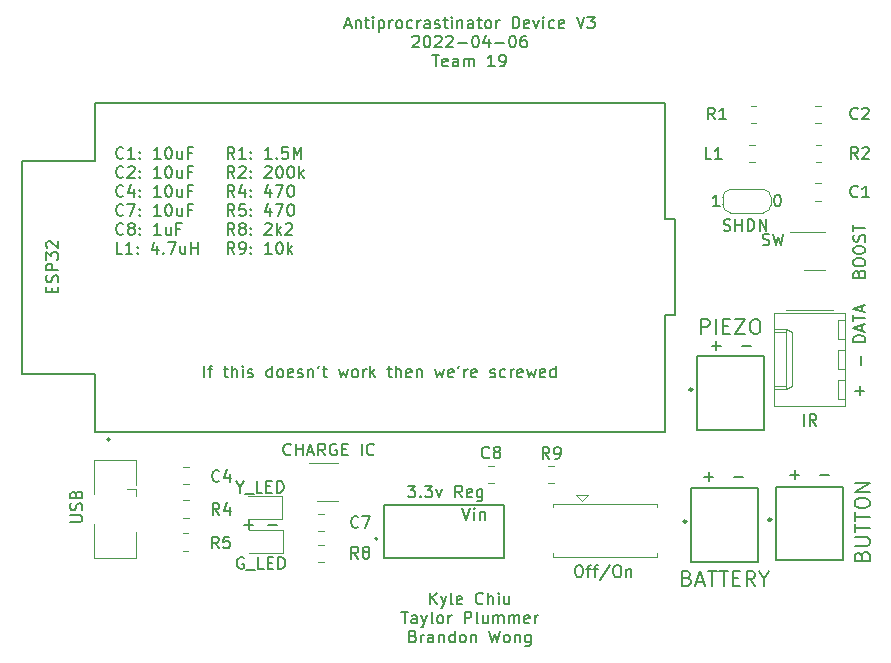
<source format=gbr>
G04 #@! TF.GenerationSoftware,KiCad,Pcbnew,(6.0.4)*
G04 #@! TF.CreationDate,2022-04-15T18:01:26-05:00*
G04 #@! TF.ProjectId,antiprocrastinator_device,616e7469-7072-46f6-9372-617374696e61,rev?*
G04 #@! TF.SameCoordinates,Original*
G04 #@! TF.FileFunction,Legend,Top*
G04 #@! TF.FilePolarity,Positive*
%FSLAX46Y46*%
G04 Gerber Fmt 4.6, Leading zero omitted, Abs format (unit mm)*
G04 Created by KiCad (PCBNEW (6.0.4)) date 2022-04-15 18:01:26*
%MOMM*%
%LPD*%
G01*
G04 APERTURE LIST*
%ADD10C,0.150000*%
%ADD11C,0.250000*%
%ADD12C,0.120000*%
%ADD13C,0.127000*%
%ADD14C,0.200000*%
G04 APERTURE END LIST*
D10*
X74313023Y-45100142D02*
X74265404Y-45147761D01*
X74122547Y-45195380D01*
X74027309Y-45195380D01*
X73884452Y-45147761D01*
X73789214Y-45052523D01*
X73741595Y-44957285D01*
X73693976Y-44766809D01*
X73693976Y-44623952D01*
X73741595Y-44433476D01*
X73789214Y-44338238D01*
X73884452Y-44243000D01*
X74027309Y-44195380D01*
X74122547Y-44195380D01*
X74265404Y-44243000D01*
X74313023Y-44290619D01*
X75265404Y-45195380D02*
X74693976Y-45195380D01*
X74979690Y-45195380D02*
X74979690Y-44195380D01*
X74884452Y-44338238D01*
X74789214Y-44433476D01*
X74693976Y-44481095D01*
X75693976Y-45100142D02*
X75741595Y-45147761D01*
X75693976Y-45195380D01*
X75646357Y-45147761D01*
X75693976Y-45100142D01*
X75693976Y-45195380D01*
X75693976Y-44576333D02*
X75741595Y-44623952D01*
X75693976Y-44671571D01*
X75646357Y-44623952D01*
X75693976Y-44576333D01*
X75693976Y-44671571D01*
X77455880Y-45195380D02*
X76884452Y-45195380D01*
X77170166Y-45195380D02*
X77170166Y-44195380D01*
X77074928Y-44338238D01*
X76979690Y-44433476D01*
X76884452Y-44481095D01*
X78074928Y-44195380D02*
X78170166Y-44195380D01*
X78265404Y-44243000D01*
X78313023Y-44290619D01*
X78360642Y-44385857D01*
X78408261Y-44576333D01*
X78408261Y-44814428D01*
X78360642Y-45004904D01*
X78313023Y-45100142D01*
X78265404Y-45147761D01*
X78170166Y-45195380D01*
X78074928Y-45195380D01*
X77979690Y-45147761D01*
X77932071Y-45100142D01*
X77884452Y-45004904D01*
X77836833Y-44814428D01*
X77836833Y-44576333D01*
X77884452Y-44385857D01*
X77932071Y-44290619D01*
X77979690Y-44243000D01*
X78074928Y-44195380D01*
X79265404Y-44528714D02*
X79265404Y-45195380D01*
X78836833Y-44528714D02*
X78836833Y-45052523D01*
X78884452Y-45147761D01*
X78979690Y-45195380D01*
X79122547Y-45195380D01*
X79217785Y-45147761D01*
X79265404Y-45100142D01*
X80074928Y-44671571D02*
X79741595Y-44671571D01*
X79741595Y-45195380D02*
X79741595Y-44195380D01*
X80217785Y-44195380D01*
X74313023Y-46710142D02*
X74265404Y-46757761D01*
X74122547Y-46805380D01*
X74027309Y-46805380D01*
X73884452Y-46757761D01*
X73789214Y-46662523D01*
X73741595Y-46567285D01*
X73693976Y-46376809D01*
X73693976Y-46233952D01*
X73741595Y-46043476D01*
X73789214Y-45948238D01*
X73884452Y-45853000D01*
X74027309Y-45805380D01*
X74122547Y-45805380D01*
X74265404Y-45853000D01*
X74313023Y-45900619D01*
X74693976Y-45900619D02*
X74741595Y-45853000D01*
X74836833Y-45805380D01*
X75074928Y-45805380D01*
X75170166Y-45853000D01*
X75217785Y-45900619D01*
X75265404Y-45995857D01*
X75265404Y-46091095D01*
X75217785Y-46233952D01*
X74646357Y-46805380D01*
X75265404Y-46805380D01*
X75693976Y-46710142D02*
X75741595Y-46757761D01*
X75693976Y-46805380D01*
X75646357Y-46757761D01*
X75693976Y-46710142D01*
X75693976Y-46805380D01*
X75693976Y-46186333D02*
X75741595Y-46233952D01*
X75693976Y-46281571D01*
X75646357Y-46233952D01*
X75693976Y-46186333D01*
X75693976Y-46281571D01*
X77455880Y-46805380D02*
X76884452Y-46805380D01*
X77170166Y-46805380D02*
X77170166Y-45805380D01*
X77074928Y-45948238D01*
X76979690Y-46043476D01*
X76884452Y-46091095D01*
X78074928Y-45805380D02*
X78170166Y-45805380D01*
X78265404Y-45853000D01*
X78313023Y-45900619D01*
X78360642Y-45995857D01*
X78408261Y-46186333D01*
X78408261Y-46424428D01*
X78360642Y-46614904D01*
X78313023Y-46710142D01*
X78265404Y-46757761D01*
X78170166Y-46805380D01*
X78074928Y-46805380D01*
X77979690Y-46757761D01*
X77932071Y-46710142D01*
X77884452Y-46614904D01*
X77836833Y-46424428D01*
X77836833Y-46186333D01*
X77884452Y-45995857D01*
X77932071Y-45900619D01*
X77979690Y-45853000D01*
X78074928Y-45805380D01*
X79265404Y-46138714D02*
X79265404Y-46805380D01*
X78836833Y-46138714D02*
X78836833Y-46662523D01*
X78884452Y-46757761D01*
X78979690Y-46805380D01*
X79122547Y-46805380D01*
X79217785Y-46757761D01*
X79265404Y-46710142D01*
X80074928Y-46281571D02*
X79741595Y-46281571D01*
X79741595Y-46805380D02*
X79741595Y-45805380D01*
X80217785Y-45805380D01*
X74313023Y-48320142D02*
X74265404Y-48367761D01*
X74122547Y-48415380D01*
X74027309Y-48415380D01*
X73884452Y-48367761D01*
X73789214Y-48272523D01*
X73741595Y-48177285D01*
X73693976Y-47986809D01*
X73693976Y-47843952D01*
X73741595Y-47653476D01*
X73789214Y-47558238D01*
X73884452Y-47463000D01*
X74027309Y-47415380D01*
X74122547Y-47415380D01*
X74265404Y-47463000D01*
X74313023Y-47510619D01*
X75170166Y-47748714D02*
X75170166Y-48415380D01*
X74932071Y-47367761D02*
X74693976Y-48082047D01*
X75313023Y-48082047D01*
X75693976Y-48320142D02*
X75741595Y-48367761D01*
X75693976Y-48415380D01*
X75646357Y-48367761D01*
X75693976Y-48320142D01*
X75693976Y-48415380D01*
X75693976Y-47796333D02*
X75741595Y-47843952D01*
X75693976Y-47891571D01*
X75646357Y-47843952D01*
X75693976Y-47796333D01*
X75693976Y-47891571D01*
X77455880Y-48415380D02*
X76884452Y-48415380D01*
X77170166Y-48415380D02*
X77170166Y-47415380D01*
X77074928Y-47558238D01*
X76979690Y-47653476D01*
X76884452Y-47701095D01*
X78074928Y-47415380D02*
X78170166Y-47415380D01*
X78265404Y-47463000D01*
X78313023Y-47510619D01*
X78360642Y-47605857D01*
X78408261Y-47796333D01*
X78408261Y-48034428D01*
X78360642Y-48224904D01*
X78313023Y-48320142D01*
X78265404Y-48367761D01*
X78170166Y-48415380D01*
X78074928Y-48415380D01*
X77979690Y-48367761D01*
X77932071Y-48320142D01*
X77884452Y-48224904D01*
X77836833Y-48034428D01*
X77836833Y-47796333D01*
X77884452Y-47605857D01*
X77932071Y-47510619D01*
X77979690Y-47463000D01*
X78074928Y-47415380D01*
X79265404Y-47748714D02*
X79265404Y-48415380D01*
X78836833Y-47748714D02*
X78836833Y-48272523D01*
X78884452Y-48367761D01*
X78979690Y-48415380D01*
X79122547Y-48415380D01*
X79217785Y-48367761D01*
X79265404Y-48320142D01*
X80074928Y-47891571D02*
X79741595Y-47891571D01*
X79741595Y-48415380D02*
X79741595Y-47415380D01*
X80217785Y-47415380D01*
X74313023Y-49930142D02*
X74265404Y-49977761D01*
X74122547Y-50025380D01*
X74027309Y-50025380D01*
X73884452Y-49977761D01*
X73789214Y-49882523D01*
X73741595Y-49787285D01*
X73693976Y-49596809D01*
X73693976Y-49453952D01*
X73741595Y-49263476D01*
X73789214Y-49168238D01*
X73884452Y-49073000D01*
X74027309Y-49025380D01*
X74122547Y-49025380D01*
X74265404Y-49073000D01*
X74313023Y-49120619D01*
X74646357Y-49025380D02*
X75313023Y-49025380D01*
X74884452Y-50025380D01*
X75693976Y-49930142D02*
X75741595Y-49977761D01*
X75693976Y-50025380D01*
X75646357Y-49977761D01*
X75693976Y-49930142D01*
X75693976Y-50025380D01*
X75693976Y-49406333D02*
X75741595Y-49453952D01*
X75693976Y-49501571D01*
X75646357Y-49453952D01*
X75693976Y-49406333D01*
X75693976Y-49501571D01*
X77455880Y-50025380D02*
X76884452Y-50025380D01*
X77170166Y-50025380D02*
X77170166Y-49025380D01*
X77074928Y-49168238D01*
X76979690Y-49263476D01*
X76884452Y-49311095D01*
X78074928Y-49025380D02*
X78170166Y-49025380D01*
X78265404Y-49073000D01*
X78313023Y-49120619D01*
X78360642Y-49215857D01*
X78408261Y-49406333D01*
X78408261Y-49644428D01*
X78360642Y-49834904D01*
X78313023Y-49930142D01*
X78265404Y-49977761D01*
X78170166Y-50025380D01*
X78074928Y-50025380D01*
X77979690Y-49977761D01*
X77932071Y-49930142D01*
X77884452Y-49834904D01*
X77836833Y-49644428D01*
X77836833Y-49406333D01*
X77884452Y-49215857D01*
X77932071Y-49120619D01*
X77979690Y-49073000D01*
X78074928Y-49025380D01*
X79265404Y-49358714D02*
X79265404Y-50025380D01*
X78836833Y-49358714D02*
X78836833Y-49882523D01*
X78884452Y-49977761D01*
X78979690Y-50025380D01*
X79122547Y-50025380D01*
X79217785Y-49977761D01*
X79265404Y-49930142D01*
X80074928Y-49501571D02*
X79741595Y-49501571D01*
X79741595Y-50025380D02*
X79741595Y-49025380D01*
X80217785Y-49025380D01*
X74313023Y-51540142D02*
X74265404Y-51587761D01*
X74122547Y-51635380D01*
X74027309Y-51635380D01*
X73884452Y-51587761D01*
X73789214Y-51492523D01*
X73741595Y-51397285D01*
X73693976Y-51206809D01*
X73693976Y-51063952D01*
X73741595Y-50873476D01*
X73789214Y-50778238D01*
X73884452Y-50683000D01*
X74027309Y-50635380D01*
X74122547Y-50635380D01*
X74265404Y-50683000D01*
X74313023Y-50730619D01*
X74884452Y-51063952D02*
X74789214Y-51016333D01*
X74741595Y-50968714D01*
X74693976Y-50873476D01*
X74693976Y-50825857D01*
X74741595Y-50730619D01*
X74789214Y-50683000D01*
X74884452Y-50635380D01*
X75074928Y-50635380D01*
X75170166Y-50683000D01*
X75217785Y-50730619D01*
X75265404Y-50825857D01*
X75265404Y-50873476D01*
X75217785Y-50968714D01*
X75170166Y-51016333D01*
X75074928Y-51063952D01*
X74884452Y-51063952D01*
X74789214Y-51111571D01*
X74741595Y-51159190D01*
X74693976Y-51254428D01*
X74693976Y-51444904D01*
X74741595Y-51540142D01*
X74789214Y-51587761D01*
X74884452Y-51635380D01*
X75074928Y-51635380D01*
X75170166Y-51587761D01*
X75217785Y-51540142D01*
X75265404Y-51444904D01*
X75265404Y-51254428D01*
X75217785Y-51159190D01*
X75170166Y-51111571D01*
X75074928Y-51063952D01*
X75693976Y-51540142D02*
X75741595Y-51587761D01*
X75693976Y-51635380D01*
X75646357Y-51587761D01*
X75693976Y-51540142D01*
X75693976Y-51635380D01*
X75693976Y-51016333D02*
X75741595Y-51063952D01*
X75693976Y-51111571D01*
X75646357Y-51063952D01*
X75693976Y-51016333D01*
X75693976Y-51111571D01*
X77455880Y-51635380D02*
X76884452Y-51635380D01*
X77170166Y-51635380D02*
X77170166Y-50635380D01*
X77074928Y-50778238D01*
X76979690Y-50873476D01*
X76884452Y-50921095D01*
X78313023Y-50968714D02*
X78313023Y-51635380D01*
X77884452Y-50968714D02*
X77884452Y-51492523D01*
X77932071Y-51587761D01*
X78027309Y-51635380D01*
X78170166Y-51635380D01*
X78265404Y-51587761D01*
X78313023Y-51540142D01*
X79122547Y-51111571D02*
X78789214Y-51111571D01*
X78789214Y-51635380D02*
X78789214Y-50635380D01*
X79265404Y-50635380D01*
X74217785Y-53245380D02*
X73741595Y-53245380D01*
X73741595Y-52245380D01*
X75074928Y-53245380D02*
X74503500Y-53245380D01*
X74789214Y-53245380D02*
X74789214Y-52245380D01*
X74693976Y-52388238D01*
X74598738Y-52483476D01*
X74503500Y-52531095D01*
X75503500Y-53150142D02*
X75551119Y-53197761D01*
X75503500Y-53245380D01*
X75455880Y-53197761D01*
X75503500Y-53150142D01*
X75503500Y-53245380D01*
X75503500Y-52626333D02*
X75551119Y-52673952D01*
X75503500Y-52721571D01*
X75455880Y-52673952D01*
X75503500Y-52626333D01*
X75503500Y-52721571D01*
X77170166Y-52578714D02*
X77170166Y-53245380D01*
X76932071Y-52197761D02*
X76693976Y-52912047D01*
X77313023Y-52912047D01*
X77693976Y-53150142D02*
X77741595Y-53197761D01*
X77693976Y-53245380D01*
X77646357Y-53197761D01*
X77693976Y-53150142D01*
X77693976Y-53245380D01*
X78074928Y-52245380D02*
X78741595Y-52245380D01*
X78313023Y-53245380D01*
X79551119Y-52578714D02*
X79551119Y-53245380D01*
X79122547Y-52578714D02*
X79122547Y-53102523D01*
X79170166Y-53197761D01*
X79265404Y-53245380D01*
X79408261Y-53245380D01*
X79503500Y-53197761D01*
X79551119Y-53150142D01*
X80027309Y-53245380D02*
X80027309Y-52245380D01*
X80027309Y-52721571D02*
X80598738Y-52721571D01*
X80598738Y-53245380D02*
X80598738Y-52245380D01*
X103014590Y-74737980D02*
X103347923Y-75737980D01*
X103681257Y-74737980D01*
X104014590Y-75737980D02*
X104014590Y-75071314D01*
X104014590Y-74737980D02*
X103966971Y-74785600D01*
X104014590Y-74833219D01*
X104062209Y-74785600D01*
X104014590Y-74737980D01*
X104014590Y-74833219D01*
X104490780Y-75071314D02*
X104490780Y-75737980D01*
X104490780Y-75166552D02*
X104538400Y-75118933D01*
X104633638Y-75071314D01*
X104776495Y-75071314D01*
X104871733Y-75118933D01*
X104919352Y-75214171D01*
X104919352Y-75737980D01*
X136723428Y-62610952D02*
X136723428Y-61849047D01*
X128428857Y-52474761D02*
X128571714Y-52522380D01*
X128809809Y-52522380D01*
X128905047Y-52474761D01*
X128952666Y-52427142D01*
X129000285Y-52331904D01*
X129000285Y-52236666D01*
X128952666Y-52141428D01*
X128905047Y-52093809D01*
X128809809Y-52046190D01*
X128619333Y-51998571D01*
X128524095Y-51950952D01*
X128476476Y-51903333D01*
X128428857Y-51808095D01*
X128428857Y-51712857D01*
X128476476Y-51617619D01*
X128524095Y-51570000D01*
X128619333Y-51522380D01*
X128857428Y-51522380D01*
X129000285Y-51570000D01*
X129333619Y-51522380D02*
X129571714Y-52522380D01*
X129762190Y-51808095D01*
X129952666Y-52522380D01*
X130190761Y-51522380D01*
X93060571Y-33862666D02*
X93536761Y-33862666D01*
X92965333Y-34148380D02*
X93298666Y-33148380D01*
X93632000Y-34148380D01*
X93965333Y-33481714D02*
X93965333Y-34148380D01*
X93965333Y-33576952D02*
X94012952Y-33529333D01*
X94108190Y-33481714D01*
X94251047Y-33481714D01*
X94346285Y-33529333D01*
X94393904Y-33624571D01*
X94393904Y-34148380D01*
X94727238Y-33481714D02*
X95108190Y-33481714D01*
X94870095Y-33148380D02*
X94870095Y-34005523D01*
X94917714Y-34100761D01*
X95012952Y-34148380D01*
X95108190Y-34148380D01*
X95441523Y-34148380D02*
X95441523Y-33481714D01*
X95441523Y-33148380D02*
X95393904Y-33196000D01*
X95441523Y-33243619D01*
X95489142Y-33196000D01*
X95441523Y-33148380D01*
X95441523Y-33243619D01*
X95917714Y-33481714D02*
X95917714Y-34481714D01*
X95917714Y-33529333D02*
X96012952Y-33481714D01*
X96203428Y-33481714D01*
X96298666Y-33529333D01*
X96346285Y-33576952D01*
X96393904Y-33672190D01*
X96393904Y-33957904D01*
X96346285Y-34053142D01*
X96298666Y-34100761D01*
X96203428Y-34148380D01*
X96012952Y-34148380D01*
X95917714Y-34100761D01*
X96822476Y-34148380D02*
X96822476Y-33481714D01*
X96822476Y-33672190D02*
X96870095Y-33576952D01*
X96917714Y-33529333D01*
X97012952Y-33481714D01*
X97108190Y-33481714D01*
X97584380Y-34148380D02*
X97489142Y-34100761D01*
X97441523Y-34053142D01*
X97393904Y-33957904D01*
X97393904Y-33672190D01*
X97441523Y-33576952D01*
X97489142Y-33529333D01*
X97584380Y-33481714D01*
X97727238Y-33481714D01*
X97822476Y-33529333D01*
X97870095Y-33576952D01*
X97917714Y-33672190D01*
X97917714Y-33957904D01*
X97870095Y-34053142D01*
X97822476Y-34100761D01*
X97727238Y-34148380D01*
X97584380Y-34148380D01*
X98774857Y-34100761D02*
X98679619Y-34148380D01*
X98489142Y-34148380D01*
X98393904Y-34100761D01*
X98346285Y-34053142D01*
X98298666Y-33957904D01*
X98298666Y-33672190D01*
X98346285Y-33576952D01*
X98393904Y-33529333D01*
X98489142Y-33481714D01*
X98679619Y-33481714D01*
X98774857Y-33529333D01*
X99203428Y-34148380D02*
X99203428Y-33481714D01*
X99203428Y-33672190D02*
X99251047Y-33576952D01*
X99298666Y-33529333D01*
X99393904Y-33481714D01*
X99489142Y-33481714D01*
X100251047Y-34148380D02*
X100251047Y-33624571D01*
X100203428Y-33529333D01*
X100108190Y-33481714D01*
X99917714Y-33481714D01*
X99822476Y-33529333D01*
X100251047Y-34100761D02*
X100155809Y-34148380D01*
X99917714Y-34148380D01*
X99822476Y-34100761D01*
X99774857Y-34005523D01*
X99774857Y-33910285D01*
X99822476Y-33815047D01*
X99917714Y-33767428D01*
X100155809Y-33767428D01*
X100251047Y-33719809D01*
X100679619Y-34100761D02*
X100774857Y-34148380D01*
X100965333Y-34148380D01*
X101060571Y-34100761D01*
X101108190Y-34005523D01*
X101108190Y-33957904D01*
X101060571Y-33862666D01*
X100965333Y-33815047D01*
X100822476Y-33815047D01*
X100727238Y-33767428D01*
X100679619Y-33672190D01*
X100679619Y-33624571D01*
X100727238Y-33529333D01*
X100822476Y-33481714D01*
X100965333Y-33481714D01*
X101060571Y-33529333D01*
X101393904Y-33481714D02*
X101774857Y-33481714D01*
X101536761Y-33148380D02*
X101536761Y-34005523D01*
X101584380Y-34100761D01*
X101679619Y-34148380D01*
X101774857Y-34148380D01*
X102108190Y-34148380D02*
X102108190Y-33481714D01*
X102108190Y-33148380D02*
X102060571Y-33196000D01*
X102108190Y-33243619D01*
X102155809Y-33196000D01*
X102108190Y-33148380D01*
X102108190Y-33243619D01*
X102584380Y-33481714D02*
X102584380Y-34148380D01*
X102584380Y-33576952D02*
X102632000Y-33529333D01*
X102727238Y-33481714D01*
X102870095Y-33481714D01*
X102965333Y-33529333D01*
X103012952Y-33624571D01*
X103012952Y-34148380D01*
X103917714Y-34148380D02*
X103917714Y-33624571D01*
X103870095Y-33529333D01*
X103774857Y-33481714D01*
X103584380Y-33481714D01*
X103489142Y-33529333D01*
X103917714Y-34100761D02*
X103822476Y-34148380D01*
X103584380Y-34148380D01*
X103489142Y-34100761D01*
X103441523Y-34005523D01*
X103441523Y-33910285D01*
X103489142Y-33815047D01*
X103584380Y-33767428D01*
X103822476Y-33767428D01*
X103917714Y-33719809D01*
X104251047Y-33481714D02*
X104632000Y-33481714D01*
X104393904Y-33148380D02*
X104393904Y-34005523D01*
X104441523Y-34100761D01*
X104536761Y-34148380D01*
X104632000Y-34148380D01*
X105108190Y-34148380D02*
X105012952Y-34100761D01*
X104965333Y-34053142D01*
X104917714Y-33957904D01*
X104917714Y-33672190D01*
X104965333Y-33576952D01*
X105012952Y-33529333D01*
X105108190Y-33481714D01*
X105251047Y-33481714D01*
X105346285Y-33529333D01*
X105393904Y-33576952D01*
X105441523Y-33672190D01*
X105441523Y-33957904D01*
X105393904Y-34053142D01*
X105346285Y-34100761D01*
X105251047Y-34148380D01*
X105108190Y-34148380D01*
X105870095Y-34148380D02*
X105870095Y-33481714D01*
X105870095Y-33672190D02*
X105917714Y-33576952D01*
X105965333Y-33529333D01*
X106060571Y-33481714D01*
X106155809Y-33481714D01*
X107251047Y-34148380D02*
X107251047Y-33148380D01*
X107489142Y-33148380D01*
X107632000Y-33196000D01*
X107727238Y-33291238D01*
X107774857Y-33386476D01*
X107822476Y-33576952D01*
X107822476Y-33719809D01*
X107774857Y-33910285D01*
X107727238Y-34005523D01*
X107632000Y-34100761D01*
X107489142Y-34148380D01*
X107251047Y-34148380D01*
X108632000Y-34100761D02*
X108536761Y-34148380D01*
X108346285Y-34148380D01*
X108251047Y-34100761D01*
X108203428Y-34005523D01*
X108203428Y-33624571D01*
X108251047Y-33529333D01*
X108346285Y-33481714D01*
X108536761Y-33481714D01*
X108632000Y-33529333D01*
X108679619Y-33624571D01*
X108679619Y-33719809D01*
X108203428Y-33815047D01*
X109012952Y-33481714D02*
X109251047Y-34148380D01*
X109489142Y-33481714D01*
X109870095Y-34148380D02*
X109870095Y-33481714D01*
X109870095Y-33148380D02*
X109822476Y-33196000D01*
X109870095Y-33243619D01*
X109917714Y-33196000D01*
X109870095Y-33148380D01*
X109870095Y-33243619D01*
X110774857Y-34100761D02*
X110679619Y-34148380D01*
X110489142Y-34148380D01*
X110393904Y-34100761D01*
X110346285Y-34053142D01*
X110298666Y-33957904D01*
X110298666Y-33672190D01*
X110346285Y-33576952D01*
X110393904Y-33529333D01*
X110489142Y-33481714D01*
X110679619Y-33481714D01*
X110774857Y-33529333D01*
X111584380Y-34100761D02*
X111489142Y-34148380D01*
X111298666Y-34148380D01*
X111203428Y-34100761D01*
X111155809Y-34005523D01*
X111155809Y-33624571D01*
X111203428Y-33529333D01*
X111298666Y-33481714D01*
X111489142Y-33481714D01*
X111584380Y-33529333D01*
X111632000Y-33624571D01*
X111632000Y-33719809D01*
X111155809Y-33815047D01*
X112679619Y-33148380D02*
X113012952Y-34148380D01*
X113346285Y-33148380D01*
X113584380Y-33148380D02*
X114203428Y-33148380D01*
X113870095Y-33529333D01*
X114012952Y-33529333D01*
X114108190Y-33576952D01*
X114155809Y-33624571D01*
X114203428Y-33719809D01*
X114203428Y-33957904D01*
X114155809Y-34053142D01*
X114108190Y-34100761D01*
X114012952Y-34148380D01*
X113727238Y-34148380D01*
X113632000Y-34100761D01*
X113584380Y-34053142D01*
X98774857Y-34853619D02*
X98822476Y-34806000D01*
X98917714Y-34758380D01*
X99155809Y-34758380D01*
X99251047Y-34806000D01*
X99298666Y-34853619D01*
X99346285Y-34948857D01*
X99346285Y-35044095D01*
X99298666Y-35186952D01*
X98727238Y-35758380D01*
X99346285Y-35758380D01*
X99965333Y-34758380D02*
X100060571Y-34758380D01*
X100155809Y-34806000D01*
X100203428Y-34853619D01*
X100251047Y-34948857D01*
X100298666Y-35139333D01*
X100298666Y-35377428D01*
X100251047Y-35567904D01*
X100203428Y-35663142D01*
X100155809Y-35710761D01*
X100060571Y-35758380D01*
X99965333Y-35758380D01*
X99870095Y-35710761D01*
X99822476Y-35663142D01*
X99774857Y-35567904D01*
X99727238Y-35377428D01*
X99727238Y-35139333D01*
X99774857Y-34948857D01*
X99822476Y-34853619D01*
X99870095Y-34806000D01*
X99965333Y-34758380D01*
X100679619Y-34853619D02*
X100727238Y-34806000D01*
X100822476Y-34758380D01*
X101060571Y-34758380D01*
X101155809Y-34806000D01*
X101203428Y-34853619D01*
X101251047Y-34948857D01*
X101251047Y-35044095D01*
X101203428Y-35186952D01*
X100632000Y-35758380D01*
X101251047Y-35758380D01*
X101632000Y-34853619D02*
X101679619Y-34806000D01*
X101774857Y-34758380D01*
X102012952Y-34758380D01*
X102108190Y-34806000D01*
X102155809Y-34853619D01*
X102203428Y-34948857D01*
X102203428Y-35044095D01*
X102155809Y-35186952D01*
X101584380Y-35758380D01*
X102203428Y-35758380D01*
X102632000Y-35377428D02*
X103393904Y-35377428D01*
X104060571Y-34758380D02*
X104155809Y-34758380D01*
X104251047Y-34806000D01*
X104298666Y-34853619D01*
X104346285Y-34948857D01*
X104393904Y-35139333D01*
X104393904Y-35377428D01*
X104346285Y-35567904D01*
X104298666Y-35663142D01*
X104251047Y-35710761D01*
X104155809Y-35758380D01*
X104060571Y-35758380D01*
X103965333Y-35710761D01*
X103917714Y-35663142D01*
X103870095Y-35567904D01*
X103822476Y-35377428D01*
X103822476Y-35139333D01*
X103870095Y-34948857D01*
X103917714Y-34853619D01*
X103965333Y-34806000D01*
X104060571Y-34758380D01*
X105251047Y-35091714D02*
X105251047Y-35758380D01*
X105012952Y-34710761D02*
X104774857Y-35425047D01*
X105393904Y-35425047D01*
X105774857Y-35377428D02*
X106536761Y-35377428D01*
X107203428Y-34758380D02*
X107298666Y-34758380D01*
X107393904Y-34806000D01*
X107441523Y-34853619D01*
X107489142Y-34948857D01*
X107536761Y-35139333D01*
X107536761Y-35377428D01*
X107489142Y-35567904D01*
X107441523Y-35663142D01*
X107393904Y-35710761D01*
X107298666Y-35758380D01*
X107203428Y-35758380D01*
X107108190Y-35710761D01*
X107060571Y-35663142D01*
X107012952Y-35567904D01*
X106965333Y-35377428D01*
X106965333Y-35139333D01*
X107012952Y-34948857D01*
X107060571Y-34853619D01*
X107108190Y-34806000D01*
X107203428Y-34758380D01*
X108393904Y-34758380D02*
X108203428Y-34758380D01*
X108108190Y-34806000D01*
X108060571Y-34853619D01*
X107965333Y-34996476D01*
X107917714Y-35186952D01*
X107917714Y-35567904D01*
X107965333Y-35663142D01*
X108012952Y-35710761D01*
X108108190Y-35758380D01*
X108298666Y-35758380D01*
X108393904Y-35710761D01*
X108441523Y-35663142D01*
X108489142Y-35567904D01*
X108489142Y-35329809D01*
X108441523Y-35234571D01*
X108393904Y-35186952D01*
X108298666Y-35139333D01*
X108108190Y-35139333D01*
X108012952Y-35186952D01*
X107965333Y-35234571D01*
X107917714Y-35329809D01*
X100465333Y-36368380D02*
X101036761Y-36368380D01*
X100751047Y-37368380D02*
X100751047Y-36368380D01*
X101751047Y-37320761D02*
X101655809Y-37368380D01*
X101465333Y-37368380D01*
X101370095Y-37320761D01*
X101322476Y-37225523D01*
X101322476Y-36844571D01*
X101370095Y-36749333D01*
X101465333Y-36701714D01*
X101655809Y-36701714D01*
X101751047Y-36749333D01*
X101798666Y-36844571D01*
X101798666Y-36939809D01*
X101322476Y-37035047D01*
X102655809Y-37368380D02*
X102655809Y-36844571D01*
X102608190Y-36749333D01*
X102512952Y-36701714D01*
X102322476Y-36701714D01*
X102227238Y-36749333D01*
X102655809Y-37320761D02*
X102560571Y-37368380D01*
X102322476Y-37368380D01*
X102227238Y-37320761D01*
X102179619Y-37225523D01*
X102179619Y-37130285D01*
X102227238Y-37035047D01*
X102322476Y-36987428D01*
X102560571Y-36987428D01*
X102655809Y-36939809D01*
X103132000Y-37368380D02*
X103132000Y-36701714D01*
X103132000Y-36796952D02*
X103179619Y-36749333D01*
X103274857Y-36701714D01*
X103417714Y-36701714D01*
X103512952Y-36749333D01*
X103560571Y-36844571D01*
X103560571Y-37368380D01*
X103560571Y-36844571D02*
X103608190Y-36749333D01*
X103703428Y-36701714D01*
X103846285Y-36701714D01*
X103941523Y-36749333D01*
X103989142Y-36844571D01*
X103989142Y-37368380D01*
X105751047Y-37368380D02*
X105179619Y-37368380D01*
X105465333Y-37368380D02*
X105465333Y-36368380D01*
X105370095Y-36511238D01*
X105274857Y-36606476D01*
X105179619Y-36654095D01*
X106227238Y-37368380D02*
X106417714Y-37368380D01*
X106512952Y-37320761D01*
X106560571Y-37273142D01*
X106655809Y-37130285D01*
X106703428Y-36939809D01*
X106703428Y-36558857D01*
X106655809Y-36463619D01*
X106608190Y-36416000D01*
X106512952Y-36368380D01*
X106322476Y-36368380D01*
X106227238Y-36416000D01*
X106179619Y-36463619D01*
X106132000Y-36558857D01*
X106132000Y-36796952D01*
X106179619Y-36892190D01*
X106227238Y-36939809D01*
X106322476Y-36987428D01*
X106512952Y-36987428D01*
X106608190Y-36939809D01*
X106655809Y-36892190D01*
X106703428Y-36796952D01*
X84521847Y-76169828D02*
X85283752Y-76169828D01*
X84902800Y-76550780D02*
X84902800Y-75788876D01*
X86521847Y-76169828D02*
X87283752Y-76169828D01*
X81131047Y-63698380D02*
X81131047Y-62698380D01*
X81464380Y-63031714D02*
X81845333Y-63031714D01*
X81607238Y-63698380D02*
X81607238Y-62841238D01*
X81654857Y-62746000D01*
X81750095Y-62698380D01*
X81845333Y-62698380D01*
X82797714Y-63031714D02*
X83178666Y-63031714D01*
X82940571Y-62698380D02*
X82940571Y-63555523D01*
X82988190Y-63650761D01*
X83083428Y-63698380D01*
X83178666Y-63698380D01*
X83511999Y-63698380D02*
X83511999Y-62698380D01*
X83940571Y-63698380D02*
X83940571Y-63174571D01*
X83892952Y-63079333D01*
X83797714Y-63031714D01*
X83654857Y-63031714D01*
X83559619Y-63079333D01*
X83511999Y-63126952D01*
X84416761Y-63698380D02*
X84416761Y-63031714D01*
X84416761Y-62698380D02*
X84369142Y-62746000D01*
X84416761Y-62793619D01*
X84464380Y-62746000D01*
X84416761Y-62698380D01*
X84416761Y-62793619D01*
X84845333Y-63650761D02*
X84940571Y-63698380D01*
X85131047Y-63698380D01*
X85226285Y-63650761D01*
X85273904Y-63555523D01*
X85273904Y-63507904D01*
X85226285Y-63412666D01*
X85131047Y-63365047D01*
X84988190Y-63365047D01*
X84892952Y-63317428D01*
X84845333Y-63222190D01*
X84845333Y-63174571D01*
X84892952Y-63079333D01*
X84988190Y-63031714D01*
X85131047Y-63031714D01*
X85226285Y-63079333D01*
X86892952Y-63698380D02*
X86892952Y-62698380D01*
X86892952Y-63650761D02*
X86797714Y-63698380D01*
X86607238Y-63698380D01*
X86511999Y-63650761D01*
X86464380Y-63603142D01*
X86416761Y-63507904D01*
X86416761Y-63222190D01*
X86464380Y-63126952D01*
X86511999Y-63079333D01*
X86607238Y-63031714D01*
X86797714Y-63031714D01*
X86892952Y-63079333D01*
X87511999Y-63698380D02*
X87416761Y-63650761D01*
X87369142Y-63603142D01*
X87321523Y-63507904D01*
X87321523Y-63222190D01*
X87369142Y-63126952D01*
X87416761Y-63079333D01*
X87511999Y-63031714D01*
X87654857Y-63031714D01*
X87750095Y-63079333D01*
X87797714Y-63126952D01*
X87845333Y-63222190D01*
X87845333Y-63507904D01*
X87797714Y-63603142D01*
X87750095Y-63650761D01*
X87654857Y-63698380D01*
X87511999Y-63698380D01*
X88654857Y-63650761D02*
X88559619Y-63698380D01*
X88369142Y-63698380D01*
X88273904Y-63650761D01*
X88226285Y-63555523D01*
X88226285Y-63174571D01*
X88273904Y-63079333D01*
X88369142Y-63031714D01*
X88559619Y-63031714D01*
X88654857Y-63079333D01*
X88702476Y-63174571D01*
X88702476Y-63269809D01*
X88226285Y-63365047D01*
X89083428Y-63650761D02*
X89178666Y-63698380D01*
X89369142Y-63698380D01*
X89464380Y-63650761D01*
X89512000Y-63555523D01*
X89512000Y-63507904D01*
X89464380Y-63412666D01*
X89369142Y-63365047D01*
X89226285Y-63365047D01*
X89131047Y-63317428D01*
X89083428Y-63222190D01*
X89083428Y-63174571D01*
X89131047Y-63079333D01*
X89226285Y-63031714D01*
X89369142Y-63031714D01*
X89464380Y-63079333D01*
X89940571Y-63031714D02*
X89940571Y-63698380D01*
X89940571Y-63126952D02*
X89988190Y-63079333D01*
X90083428Y-63031714D01*
X90226285Y-63031714D01*
X90321523Y-63079333D01*
X90369142Y-63174571D01*
X90369142Y-63698380D01*
X90892952Y-62698380D02*
X90797714Y-62888857D01*
X91178666Y-63031714D02*
X91559619Y-63031714D01*
X91321523Y-62698380D02*
X91321523Y-63555523D01*
X91369142Y-63650761D01*
X91464380Y-63698380D01*
X91559619Y-63698380D01*
X92559619Y-63031714D02*
X92750095Y-63698380D01*
X92940571Y-63222190D01*
X93131047Y-63698380D01*
X93321523Y-63031714D01*
X93845333Y-63698380D02*
X93750095Y-63650761D01*
X93702476Y-63603142D01*
X93654857Y-63507904D01*
X93654857Y-63222190D01*
X93702476Y-63126952D01*
X93750095Y-63079333D01*
X93845333Y-63031714D01*
X93988190Y-63031714D01*
X94083428Y-63079333D01*
X94131047Y-63126952D01*
X94178666Y-63222190D01*
X94178666Y-63507904D01*
X94131047Y-63603142D01*
X94083428Y-63650761D01*
X93988190Y-63698380D01*
X93845333Y-63698380D01*
X94607238Y-63698380D02*
X94607238Y-63031714D01*
X94607238Y-63222190D02*
X94654857Y-63126952D01*
X94702476Y-63079333D01*
X94797714Y-63031714D01*
X94892952Y-63031714D01*
X95226285Y-63698380D02*
X95226285Y-62698380D01*
X95321523Y-63317428D02*
X95607238Y-63698380D01*
X95607238Y-63031714D02*
X95226285Y-63412666D01*
X96654857Y-63031714D02*
X97035809Y-63031714D01*
X96797714Y-62698380D02*
X96797714Y-63555523D01*
X96845333Y-63650761D01*
X96940571Y-63698380D01*
X97035809Y-63698380D01*
X97369142Y-63698380D02*
X97369142Y-62698380D01*
X97797714Y-63698380D02*
X97797714Y-63174571D01*
X97750095Y-63079333D01*
X97654857Y-63031714D01*
X97511999Y-63031714D01*
X97416761Y-63079333D01*
X97369142Y-63126952D01*
X98654857Y-63650761D02*
X98559619Y-63698380D01*
X98369142Y-63698380D01*
X98273904Y-63650761D01*
X98226285Y-63555523D01*
X98226285Y-63174571D01*
X98273904Y-63079333D01*
X98369142Y-63031714D01*
X98559619Y-63031714D01*
X98654857Y-63079333D01*
X98702476Y-63174571D01*
X98702476Y-63269809D01*
X98226285Y-63365047D01*
X99131047Y-63031714D02*
X99131047Y-63698380D01*
X99131047Y-63126952D02*
X99178666Y-63079333D01*
X99273904Y-63031714D01*
X99416761Y-63031714D01*
X99511999Y-63079333D01*
X99559619Y-63174571D01*
X99559619Y-63698380D01*
X100702476Y-63031714D02*
X100892952Y-63698380D01*
X101083428Y-63222190D01*
X101273904Y-63698380D01*
X101464380Y-63031714D01*
X102226285Y-63650761D02*
X102131047Y-63698380D01*
X101940571Y-63698380D01*
X101845333Y-63650761D01*
X101797714Y-63555523D01*
X101797714Y-63174571D01*
X101845333Y-63079333D01*
X101940571Y-63031714D01*
X102131047Y-63031714D01*
X102226285Y-63079333D01*
X102273904Y-63174571D01*
X102273904Y-63269809D01*
X101797714Y-63365047D01*
X102750095Y-62698380D02*
X102654857Y-62888857D01*
X103178666Y-63698380D02*
X103178666Y-63031714D01*
X103178666Y-63222190D02*
X103226285Y-63126952D01*
X103273904Y-63079333D01*
X103369142Y-63031714D01*
X103464380Y-63031714D01*
X104178666Y-63650761D02*
X104083428Y-63698380D01*
X103892952Y-63698380D01*
X103797714Y-63650761D01*
X103750095Y-63555523D01*
X103750095Y-63174571D01*
X103797714Y-63079333D01*
X103892952Y-63031714D01*
X104083428Y-63031714D01*
X104178666Y-63079333D01*
X104226285Y-63174571D01*
X104226285Y-63269809D01*
X103750095Y-63365047D01*
X105369142Y-63650761D02*
X105464380Y-63698380D01*
X105654857Y-63698380D01*
X105750095Y-63650761D01*
X105797714Y-63555523D01*
X105797714Y-63507904D01*
X105750095Y-63412666D01*
X105654857Y-63365047D01*
X105511999Y-63365047D01*
X105416761Y-63317428D01*
X105369142Y-63222190D01*
X105369142Y-63174571D01*
X105416761Y-63079333D01*
X105511999Y-63031714D01*
X105654857Y-63031714D01*
X105750095Y-63079333D01*
X106654857Y-63650761D02*
X106559619Y-63698380D01*
X106369142Y-63698380D01*
X106273904Y-63650761D01*
X106226285Y-63603142D01*
X106178666Y-63507904D01*
X106178666Y-63222190D01*
X106226285Y-63126952D01*
X106273904Y-63079333D01*
X106369142Y-63031714D01*
X106559619Y-63031714D01*
X106654857Y-63079333D01*
X107083428Y-63698380D02*
X107083428Y-63031714D01*
X107083428Y-63222190D02*
X107131047Y-63126952D01*
X107178666Y-63079333D01*
X107273904Y-63031714D01*
X107369142Y-63031714D01*
X108083428Y-63650761D02*
X107988190Y-63698380D01*
X107797714Y-63698380D01*
X107702476Y-63650761D01*
X107654857Y-63555523D01*
X107654857Y-63174571D01*
X107702476Y-63079333D01*
X107797714Y-63031714D01*
X107988190Y-63031714D01*
X108083428Y-63079333D01*
X108131047Y-63174571D01*
X108131047Y-63269809D01*
X107654857Y-63365047D01*
X108464380Y-63031714D02*
X108654857Y-63698380D01*
X108845333Y-63222190D01*
X109035809Y-63698380D01*
X109226285Y-63031714D01*
X109988190Y-63650761D02*
X109892952Y-63698380D01*
X109702476Y-63698380D01*
X109607238Y-63650761D01*
X109559619Y-63555523D01*
X109559619Y-63174571D01*
X109607238Y-63079333D01*
X109702476Y-63031714D01*
X109892952Y-63031714D01*
X109988190Y-63079333D01*
X110035809Y-63174571D01*
X110035809Y-63269809D01*
X109559619Y-63365047D01*
X110892952Y-63698380D02*
X110892952Y-62698380D01*
X110892952Y-63650761D02*
X110797714Y-63698380D01*
X110607238Y-63698380D01*
X110512000Y-63650761D01*
X110464380Y-63603142D01*
X110416761Y-63507904D01*
X110416761Y-63222190D01*
X110464380Y-63126952D01*
X110512000Y-63079333D01*
X110607238Y-63031714D01*
X110797714Y-63031714D01*
X110892952Y-63079333D01*
X137104380Y-60682000D02*
X136104380Y-60682000D01*
X136104380Y-60443904D01*
X136152000Y-60301047D01*
X136247238Y-60205809D01*
X136342476Y-60158190D01*
X136532952Y-60110571D01*
X136675809Y-60110571D01*
X136866285Y-60158190D01*
X136961523Y-60205809D01*
X137056761Y-60301047D01*
X137104380Y-60443904D01*
X137104380Y-60682000D01*
X136818666Y-59729619D02*
X136818666Y-59253428D01*
X137104380Y-59824857D02*
X136104380Y-59491523D01*
X137104380Y-59158190D01*
X136104380Y-58967714D02*
X136104380Y-58396285D01*
X137104380Y-58682000D02*
X136104380Y-58682000D01*
X136818666Y-58110571D02*
X136818666Y-57634380D01*
X137104380Y-58205809D02*
X136104380Y-57872476D01*
X137104380Y-57539142D01*
X83711023Y-45195380D02*
X83377690Y-44719190D01*
X83139595Y-45195380D02*
X83139595Y-44195380D01*
X83520547Y-44195380D01*
X83615785Y-44243000D01*
X83663404Y-44290619D01*
X83711023Y-44385857D01*
X83711023Y-44528714D01*
X83663404Y-44623952D01*
X83615785Y-44671571D01*
X83520547Y-44719190D01*
X83139595Y-44719190D01*
X84663404Y-45195380D02*
X84091976Y-45195380D01*
X84377690Y-45195380D02*
X84377690Y-44195380D01*
X84282452Y-44338238D01*
X84187214Y-44433476D01*
X84091976Y-44481095D01*
X85091976Y-45100142D02*
X85139595Y-45147761D01*
X85091976Y-45195380D01*
X85044357Y-45147761D01*
X85091976Y-45100142D01*
X85091976Y-45195380D01*
X85091976Y-44576333D02*
X85139595Y-44623952D01*
X85091976Y-44671571D01*
X85044357Y-44623952D01*
X85091976Y-44576333D01*
X85091976Y-44671571D01*
X86853880Y-45195380D02*
X86282452Y-45195380D01*
X86568166Y-45195380D02*
X86568166Y-44195380D01*
X86472928Y-44338238D01*
X86377690Y-44433476D01*
X86282452Y-44481095D01*
X87282452Y-45100142D02*
X87330071Y-45147761D01*
X87282452Y-45195380D01*
X87234833Y-45147761D01*
X87282452Y-45100142D01*
X87282452Y-45195380D01*
X88234833Y-44195380D02*
X87758642Y-44195380D01*
X87711023Y-44671571D01*
X87758642Y-44623952D01*
X87853880Y-44576333D01*
X88091976Y-44576333D01*
X88187214Y-44623952D01*
X88234833Y-44671571D01*
X88282452Y-44766809D01*
X88282452Y-45004904D01*
X88234833Y-45100142D01*
X88187214Y-45147761D01*
X88091976Y-45195380D01*
X87853880Y-45195380D01*
X87758642Y-45147761D01*
X87711023Y-45100142D01*
X88711023Y-45195380D02*
X88711023Y-44195380D01*
X89044357Y-44909666D01*
X89377690Y-44195380D01*
X89377690Y-45195380D01*
X83711023Y-46805380D02*
X83377690Y-46329190D01*
X83139595Y-46805380D02*
X83139595Y-45805380D01*
X83520547Y-45805380D01*
X83615785Y-45853000D01*
X83663404Y-45900619D01*
X83711023Y-45995857D01*
X83711023Y-46138714D01*
X83663404Y-46233952D01*
X83615785Y-46281571D01*
X83520547Y-46329190D01*
X83139595Y-46329190D01*
X84091976Y-45900619D02*
X84139595Y-45853000D01*
X84234833Y-45805380D01*
X84472928Y-45805380D01*
X84568166Y-45853000D01*
X84615785Y-45900619D01*
X84663404Y-45995857D01*
X84663404Y-46091095D01*
X84615785Y-46233952D01*
X84044357Y-46805380D01*
X84663404Y-46805380D01*
X85091976Y-46710142D02*
X85139595Y-46757761D01*
X85091976Y-46805380D01*
X85044357Y-46757761D01*
X85091976Y-46710142D01*
X85091976Y-46805380D01*
X85091976Y-46186333D02*
X85139595Y-46233952D01*
X85091976Y-46281571D01*
X85044357Y-46233952D01*
X85091976Y-46186333D01*
X85091976Y-46281571D01*
X86282452Y-45900619D02*
X86330071Y-45853000D01*
X86425309Y-45805380D01*
X86663404Y-45805380D01*
X86758642Y-45853000D01*
X86806261Y-45900619D01*
X86853880Y-45995857D01*
X86853880Y-46091095D01*
X86806261Y-46233952D01*
X86234833Y-46805380D01*
X86853880Y-46805380D01*
X87472928Y-45805380D02*
X87568166Y-45805380D01*
X87663404Y-45853000D01*
X87711023Y-45900619D01*
X87758642Y-45995857D01*
X87806261Y-46186333D01*
X87806261Y-46424428D01*
X87758642Y-46614904D01*
X87711023Y-46710142D01*
X87663404Y-46757761D01*
X87568166Y-46805380D01*
X87472928Y-46805380D01*
X87377690Y-46757761D01*
X87330071Y-46710142D01*
X87282452Y-46614904D01*
X87234833Y-46424428D01*
X87234833Y-46186333D01*
X87282452Y-45995857D01*
X87330071Y-45900619D01*
X87377690Y-45853000D01*
X87472928Y-45805380D01*
X88425309Y-45805380D02*
X88520547Y-45805380D01*
X88615785Y-45853000D01*
X88663404Y-45900619D01*
X88711023Y-45995857D01*
X88758642Y-46186333D01*
X88758642Y-46424428D01*
X88711023Y-46614904D01*
X88663404Y-46710142D01*
X88615785Y-46757761D01*
X88520547Y-46805380D01*
X88425309Y-46805380D01*
X88330071Y-46757761D01*
X88282452Y-46710142D01*
X88234833Y-46614904D01*
X88187214Y-46424428D01*
X88187214Y-46186333D01*
X88234833Y-45995857D01*
X88282452Y-45900619D01*
X88330071Y-45853000D01*
X88425309Y-45805380D01*
X89187214Y-46805380D02*
X89187214Y-45805380D01*
X89282452Y-46424428D02*
X89568166Y-46805380D01*
X89568166Y-46138714D02*
X89187214Y-46519666D01*
X83711023Y-48415380D02*
X83377690Y-47939190D01*
X83139595Y-48415380D02*
X83139595Y-47415380D01*
X83520547Y-47415380D01*
X83615785Y-47463000D01*
X83663404Y-47510619D01*
X83711023Y-47605857D01*
X83711023Y-47748714D01*
X83663404Y-47843952D01*
X83615785Y-47891571D01*
X83520547Y-47939190D01*
X83139595Y-47939190D01*
X84568166Y-47748714D02*
X84568166Y-48415380D01*
X84330071Y-47367761D02*
X84091976Y-48082047D01*
X84711023Y-48082047D01*
X85091976Y-48320142D02*
X85139595Y-48367761D01*
X85091976Y-48415380D01*
X85044357Y-48367761D01*
X85091976Y-48320142D01*
X85091976Y-48415380D01*
X85091976Y-47796333D02*
X85139595Y-47843952D01*
X85091976Y-47891571D01*
X85044357Y-47843952D01*
X85091976Y-47796333D01*
X85091976Y-47891571D01*
X86758642Y-47748714D02*
X86758642Y-48415380D01*
X86520547Y-47367761D02*
X86282452Y-48082047D01*
X86901500Y-48082047D01*
X87187214Y-47415380D02*
X87853880Y-47415380D01*
X87425309Y-48415380D01*
X88425309Y-47415380D02*
X88520547Y-47415380D01*
X88615785Y-47463000D01*
X88663404Y-47510619D01*
X88711023Y-47605857D01*
X88758642Y-47796333D01*
X88758642Y-48034428D01*
X88711023Y-48224904D01*
X88663404Y-48320142D01*
X88615785Y-48367761D01*
X88520547Y-48415380D01*
X88425309Y-48415380D01*
X88330071Y-48367761D01*
X88282452Y-48320142D01*
X88234833Y-48224904D01*
X88187214Y-48034428D01*
X88187214Y-47796333D01*
X88234833Y-47605857D01*
X88282452Y-47510619D01*
X88330071Y-47463000D01*
X88425309Y-47415380D01*
X83711023Y-50025380D02*
X83377690Y-49549190D01*
X83139595Y-50025380D02*
X83139595Y-49025380D01*
X83520547Y-49025380D01*
X83615785Y-49073000D01*
X83663404Y-49120619D01*
X83711023Y-49215857D01*
X83711023Y-49358714D01*
X83663404Y-49453952D01*
X83615785Y-49501571D01*
X83520547Y-49549190D01*
X83139595Y-49549190D01*
X84615785Y-49025380D02*
X84139595Y-49025380D01*
X84091976Y-49501571D01*
X84139595Y-49453952D01*
X84234833Y-49406333D01*
X84472928Y-49406333D01*
X84568166Y-49453952D01*
X84615785Y-49501571D01*
X84663404Y-49596809D01*
X84663404Y-49834904D01*
X84615785Y-49930142D01*
X84568166Y-49977761D01*
X84472928Y-50025380D01*
X84234833Y-50025380D01*
X84139595Y-49977761D01*
X84091976Y-49930142D01*
X85091976Y-49930142D02*
X85139595Y-49977761D01*
X85091976Y-50025380D01*
X85044357Y-49977761D01*
X85091976Y-49930142D01*
X85091976Y-50025380D01*
X85091976Y-49406333D02*
X85139595Y-49453952D01*
X85091976Y-49501571D01*
X85044357Y-49453952D01*
X85091976Y-49406333D01*
X85091976Y-49501571D01*
X86758642Y-49358714D02*
X86758642Y-50025380D01*
X86520547Y-48977761D02*
X86282452Y-49692047D01*
X86901500Y-49692047D01*
X87187214Y-49025380D02*
X87853880Y-49025380D01*
X87425309Y-50025380D01*
X88425309Y-49025380D02*
X88520547Y-49025380D01*
X88615785Y-49073000D01*
X88663404Y-49120619D01*
X88711023Y-49215857D01*
X88758642Y-49406333D01*
X88758642Y-49644428D01*
X88711023Y-49834904D01*
X88663404Y-49930142D01*
X88615785Y-49977761D01*
X88520547Y-50025380D01*
X88425309Y-50025380D01*
X88330071Y-49977761D01*
X88282452Y-49930142D01*
X88234833Y-49834904D01*
X88187214Y-49644428D01*
X88187214Y-49406333D01*
X88234833Y-49215857D01*
X88282452Y-49120619D01*
X88330071Y-49073000D01*
X88425309Y-49025380D01*
X83711023Y-51635380D02*
X83377690Y-51159190D01*
X83139595Y-51635380D02*
X83139595Y-50635380D01*
X83520547Y-50635380D01*
X83615785Y-50683000D01*
X83663404Y-50730619D01*
X83711023Y-50825857D01*
X83711023Y-50968714D01*
X83663404Y-51063952D01*
X83615785Y-51111571D01*
X83520547Y-51159190D01*
X83139595Y-51159190D01*
X84282452Y-51063952D02*
X84187214Y-51016333D01*
X84139595Y-50968714D01*
X84091976Y-50873476D01*
X84091976Y-50825857D01*
X84139595Y-50730619D01*
X84187214Y-50683000D01*
X84282452Y-50635380D01*
X84472928Y-50635380D01*
X84568166Y-50683000D01*
X84615785Y-50730619D01*
X84663404Y-50825857D01*
X84663404Y-50873476D01*
X84615785Y-50968714D01*
X84568166Y-51016333D01*
X84472928Y-51063952D01*
X84282452Y-51063952D01*
X84187214Y-51111571D01*
X84139595Y-51159190D01*
X84091976Y-51254428D01*
X84091976Y-51444904D01*
X84139595Y-51540142D01*
X84187214Y-51587761D01*
X84282452Y-51635380D01*
X84472928Y-51635380D01*
X84568166Y-51587761D01*
X84615785Y-51540142D01*
X84663404Y-51444904D01*
X84663404Y-51254428D01*
X84615785Y-51159190D01*
X84568166Y-51111571D01*
X84472928Y-51063952D01*
X85091976Y-51540142D02*
X85139595Y-51587761D01*
X85091976Y-51635380D01*
X85044357Y-51587761D01*
X85091976Y-51540142D01*
X85091976Y-51635380D01*
X85091976Y-51016333D02*
X85139595Y-51063952D01*
X85091976Y-51111571D01*
X85044357Y-51063952D01*
X85091976Y-51016333D01*
X85091976Y-51111571D01*
X86282452Y-50730619D02*
X86330071Y-50683000D01*
X86425309Y-50635380D01*
X86663404Y-50635380D01*
X86758642Y-50683000D01*
X86806261Y-50730619D01*
X86853880Y-50825857D01*
X86853880Y-50921095D01*
X86806261Y-51063952D01*
X86234833Y-51635380D01*
X86853880Y-51635380D01*
X87282452Y-51635380D02*
X87282452Y-50635380D01*
X87377690Y-51254428D02*
X87663404Y-51635380D01*
X87663404Y-50968714D02*
X87282452Y-51349666D01*
X88044357Y-50730619D02*
X88091976Y-50683000D01*
X88187214Y-50635380D01*
X88425309Y-50635380D01*
X88520547Y-50683000D01*
X88568166Y-50730619D01*
X88615785Y-50825857D01*
X88615785Y-50921095D01*
X88568166Y-51063952D01*
X87996738Y-51635380D01*
X88615785Y-51635380D01*
X83711023Y-53245380D02*
X83377690Y-52769190D01*
X83139595Y-53245380D02*
X83139595Y-52245380D01*
X83520547Y-52245380D01*
X83615785Y-52293000D01*
X83663404Y-52340619D01*
X83711023Y-52435857D01*
X83711023Y-52578714D01*
X83663404Y-52673952D01*
X83615785Y-52721571D01*
X83520547Y-52769190D01*
X83139595Y-52769190D01*
X84187214Y-53245380D02*
X84377690Y-53245380D01*
X84472928Y-53197761D01*
X84520547Y-53150142D01*
X84615785Y-53007285D01*
X84663404Y-52816809D01*
X84663404Y-52435857D01*
X84615785Y-52340619D01*
X84568166Y-52293000D01*
X84472928Y-52245380D01*
X84282452Y-52245380D01*
X84187214Y-52293000D01*
X84139595Y-52340619D01*
X84091976Y-52435857D01*
X84091976Y-52673952D01*
X84139595Y-52769190D01*
X84187214Y-52816809D01*
X84282452Y-52864428D01*
X84472928Y-52864428D01*
X84568166Y-52816809D01*
X84615785Y-52769190D01*
X84663404Y-52673952D01*
X85091976Y-53150142D02*
X85139595Y-53197761D01*
X85091976Y-53245380D01*
X85044357Y-53197761D01*
X85091976Y-53150142D01*
X85091976Y-53245380D01*
X85091976Y-52626333D02*
X85139595Y-52673952D01*
X85091976Y-52721571D01*
X85044357Y-52673952D01*
X85091976Y-52626333D01*
X85091976Y-52721571D01*
X86853880Y-53245380D02*
X86282452Y-53245380D01*
X86568166Y-53245380D02*
X86568166Y-52245380D01*
X86472928Y-52388238D01*
X86377690Y-52483476D01*
X86282452Y-52531095D01*
X87472928Y-52245380D02*
X87568166Y-52245380D01*
X87663404Y-52293000D01*
X87711023Y-52340619D01*
X87758642Y-52435857D01*
X87806261Y-52626333D01*
X87806261Y-52864428D01*
X87758642Y-53054904D01*
X87711023Y-53150142D01*
X87663404Y-53197761D01*
X87568166Y-53245380D01*
X87472928Y-53245380D01*
X87377690Y-53197761D01*
X87330071Y-53150142D01*
X87282452Y-53054904D01*
X87234833Y-52864428D01*
X87234833Y-52626333D01*
X87282452Y-52435857D01*
X87330071Y-52340619D01*
X87377690Y-52293000D01*
X87472928Y-52245380D01*
X88234833Y-53245380D02*
X88234833Y-52245380D01*
X88330071Y-52864428D02*
X88615785Y-53245380D01*
X88615785Y-52578714D02*
X88234833Y-52959666D01*
X100274857Y-82916380D02*
X100274857Y-81916380D01*
X100846285Y-82916380D02*
X100417714Y-82344952D01*
X100846285Y-81916380D02*
X100274857Y-82487809D01*
X101179619Y-82249714D02*
X101417714Y-82916380D01*
X101655809Y-82249714D02*
X101417714Y-82916380D01*
X101322476Y-83154476D01*
X101274857Y-83202095D01*
X101179619Y-83249714D01*
X102179619Y-82916380D02*
X102084380Y-82868761D01*
X102036761Y-82773523D01*
X102036761Y-81916380D01*
X102941523Y-82868761D02*
X102846285Y-82916380D01*
X102655809Y-82916380D01*
X102560571Y-82868761D01*
X102512952Y-82773523D01*
X102512952Y-82392571D01*
X102560571Y-82297333D01*
X102655809Y-82249714D01*
X102846285Y-82249714D01*
X102941523Y-82297333D01*
X102989142Y-82392571D01*
X102989142Y-82487809D01*
X102512952Y-82583047D01*
X104751047Y-82821142D02*
X104703428Y-82868761D01*
X104560571Y-82916380D01*
X104465333Y-82916380D01*
X104322476Y-82868761D01*
X104227238Y-82773523D01*
X104179619Y-82678285D01*
X104132000Y-82487809D01*
X104132000Y-82344952D01*
X104179619Y-82154476D01*
X104227238Y-82059238D01*
X104322476Y-81964000D01*
X104465333Y-81916380D01*
X104560571Y-81916380D01*
X104703428Y-81964000D01*
X104751047Y-82011619D01*
X105179619Y-82916380D02*
X105179619Y-81916380D01*
X105608190Y-82916380D02*
X105608190Y-82392571D01*
X105560571Y-82297333D01*
X105465333Y-82249714D01*
X105322476Y-82249714D01*
X105227238Y-82297333D01*
X105179619Y-82344952D01*
X106084380Y-82916380D02*
X106084380Y-82249714D01*
X106084380Y-81916380D02*
X106036761Y-81964000D01*
X106084380Y-82011619D01*
X106132000Y-81964000D01*
X106084380Y-81916380D01*
X106084380Y-82011619D01*
X106989142Y-82249714D02*
X106989142Y-82916380D01*
X106560571Y-82249714D02*
X106560571Y-82773523D01*
X106608190Y-82868761D01*
X106703428Y-82916380D01*
X106846285Y-82916380D01*
X106941523Y-82868761D01*
X106989142Y-82821142D01*
X97822476Y-83526380D02*
X98393904Y-83526380D01*
X98108190Y-84526380D02*
X98108190Y-83526380D01*
X99155809Y-84526380D02*
X99155809Y-84002571D01*
X99108190Y-83907333D01*
X99012952Y-83859714D01*
X98822476Y-83859714D01*
X98727238Y-83907333D01*
X99155809Y-84478761D02*
X99060571Y-84526380D01*
X98822476Y-84526380D01*
X98727238Y-84478761D01*
X98679619Y-84383523D01*
X98679619Y-84288285D01*
X98727238Y-84193047D01*
X98822476Y-84145428D01*
X99060571Y-84145428D01*
X99155809Y-84097809D01*
X99536761Y-83859714D02*
X99774857Y-84526380D01*
X100012952Y-83859714D02*
X99774857Y-84526380D01*
X99679619Y-84764476D01*
X99632000Y-84812095D01*
X99536761Y-84859714D01*
X100536761Y-84526380D02*
X100441523Y-84478761D01*
X100393904Y-84383523D01*
X100393904Y-83526380D01*
X101060571Y-84526380D02*
X100965333Y-84478761D01*
X100917714Y-84431142D01*
X100870095Y-84335904D01*
X100870095Y-84050190D01*
X100917714Y-83954952D01*
X100965333Y-83907333D01*
X101060571Y-83859714D01*
X101203428Y-83859714D01*
X101298666Y-83907333D01*
X101346285Y-83954952D01*
X101393904Y-84050190D01*
X101393904Y-84335904D01*
X101346285Y-84431142D01*
X101298666Y-84478761D01*
X101203428Y-84526380D01*
X101060571Y-84526380D01*
X101822476Y-84526380D02*
X101822476Y-83859714D01*
X101822476Y-84050190D02*
X101870095Y-83954952D01*
X101917714Y-83907333D01*
X102012952Y-83859714D01*
X102108190Y-83859714D01*
X103203428Y-84526380D02*
X103203428Y-83526380D01*
X103584380Y-83526380D01*
X103679619Y-83574000D01*
X103727238Y-83621619D01*
X103774857Y-83716857D01*
X103774857Y-83859714D01*
X103727238Y-83954952D01*
X103679619Y-84002571D01*
X103584380Y-84050190D01*
X103203428Y-84050190D01*
X104346285Y-84526380D02*
X104251047Y-84478761D01*
X104203428Y-84383523D01*
X104203428Y-83526380D01*
X105155809Y-83859714D02*
X105155809Y-84526380D01*
X104727238Y-83859714D02*
X104727238Y-84383523D01*
X104774857Y-84478761D01*
X104870095Y-84526380D01*
X105012952Y-84526380D01*
X105108190Y-84478761D01*
X105155809Y-84431142D01*
X105632000Y-84526380D02*
X105632000Y-83859714D01*
X105632000Y-83954952D02*
X105679619Y-83907333D01*
X105774857Y-83859714D01*
X105917714Y-83859714D01*
X106012952Y-83907333D01*
X106060571Y-84002571D01*
X106060571Y-84526380D01*
X106060571Y-84002571D02*
X106108190Y-83907333D01*
X106203428Y-83859714D01*
X106346285Y-83859714D01*
X106441523Y-83907333D01*
X106489142Y-84002571D01*
X106489142Y-84526380D01*
X106965333Y-84526380D02*
X106965333Y-83859714D01*
X106965333Y-83954952D02*
X107012952Y-83907333D01*
X107108190Y-83859714D01*
X107251047Y-83859714D01*
X107346285Y-83907333D01*
X107393904Y-84002571D01*
X107393904Y-84526380D01*
X107393904Y-84002571D02*
X107441523Y-83907333D01*
X107536761Y-83859714D01*
X107679619Y-83859714D01*
X107774857Y-83907333D01*
X107822476Y-84002571D01*
X107822476Y-84526380D01*
X108679619Y-84478761D02*
X108584380Y-84526380D01*
X108393904Y-84526380D01*
X108298666Y-84478761D01*
X108251047Y-84383523D01*
X108251047Y-84002571D01*
X108298666Y-83907333D01*
X108393904Y-83859714D01*
X108584380Y-83859714D01*
X108679619Y-83907333D01*
X108727238Y-84002571D01*
X108727238Y-84097809D01*
X108251047Y-84193047D01*
X109155809Y-84526380D02*
X109155809Y-83859714D01*
X109155809Y-84050190D02*
X109203428Y-83954952D01*
X109251047Y-83907333D01*
X109346285Y-83859714D01*
X109441523Y-83859714D01*
X98822476Y-85612571D02*
X98965333Y-85660190D01*
X99012952Y-85707809D01*
X99060571Y-85803047D01*
X99060571Y-85945904D01*
X99012952Y-86041142D01*
X98965333Y-86088761D01*
X98870095Y-86136380D01*
X98489142Y-86136380D01*
X98489142Y-85136380D01*
X98822476Y-85136380D01*
X98917714Y-85184000D01*
X98965333Y-85231619D01*
X99012952Y-85326857D01*
X99012952Y-85422095D01*
X98965333Y-85517333D01*
X98917714Y-85564952D01*
X98822476Y-85612571D01*
X98489142Y-85612571D01*
X99489142Y-86136380D02*
X99489142Y-85469714D01*
X99489142Y-85660190D02*
X99536761Y-85564952D01*
X99584380Y-85517333D01*
X99679619Y-85469714D01*
X99774857Y-85469714D01*
X100536761Y-86136380D02*
X100536761Y-85612571D01*
X100489142Y-85517333D01*
X100393904Y-85469714D01*
X100203428Y-85469714D01*
X100108190Y-85517333D01*
X100536761Y-86088761D02*
X100441523Y-86136380D01*
X100203428Y-86136380D01*
X100108190Y-86088761D01*
X100060571Y-85993523D01*
X100060571Y-85898285D01*
X100108190Y-85803047D01*
X100203428Y-85755428D01*
X100441523Y-85755428D01*
X100536761Y-85707809D01*
X101012952Y-85469714D02*
X101012952Y-86136380D01*
X101012952Y-85564952D02*
X101060571Y-85517333D01*
X101155809Y-85469714D01*
X101298666Y-85469714D01*
X101393904Y-85517333D01*
X101441523Y-85612571D01*
X101441523Y-86136380D01*
X102346285Y-86136380D02*
X102346285Y-85136380D01*
X102346285Y-86088761D02*
X102251047Y-86136380D01*
X102060571Y-86136380D01*
X101965333Y-86088761D01*
X101917714Y-86041142D01*
X101870095Y-85945904D01*
X101870095Y-85660190D01*
X101917714Y-85564952D01*
X101965333Y-85517333D01*
X102060571Y-85469714D01*
X102251047Y-85469714D01*
X102346285Y-85517333D01*
X102965333Y-86136380D02*
X102870095Y-86088761D01*
X102822476Y-86041142D01*
X102774857Y-85945904D01*
X102774857Y-85660190D01*
X102822476Y-85564952D01*
X102870095Y-85517333D01*
X102965333Y-85469714D01*
X103108190Y-85469714D01*
X103203428Y-85517333D01*
X103251047Y-85564952D01*
X103298666Y-85660190D01*
X103298666Y-85945904D01*
X103251047Y-86041142D01*
X103203428Y-86088761D01*
X103108190Y-86136380D01*
X102965333Y-86136380D01*
X103727238Y-85469714D02*
X103727238Y-86136380D01*
X103727238Y-85564952D02*
X103774857Y-85517333D01*
X103870095Y-85469714D01*
X104012952Y-85469714D01*
X104108190Y-85517333D01*
X104155809Y-85612571D01*
X104155809Y-86136380D01*
X105298666Y-85136380D02*
X105536761Y-86136380D01*
X105727238Y-85422095D01*
X105917714Y-86136380D01*
X106155809Y-85136380D01*
X106679619Y-86136380D02*
X106584380Y-86088761D01*
X106536761Y-86041142D01*
X106489142Y-85945904D01*
X106489142Y-85660190D01*
X106536761Y-85564952D01*
X106584380Y-85517333D01*
X106679619Y-85469714D01*
X106822476Y-85469714D01*
X106917714Y-85517333D01*
X106965333Y-85564952D01*
X107012952Y-85660190D01*
X107012952Y-85945904D01*
X106965333Y-86041142D01*
X106917714Y-86088761D01*
X106822476Y-86136380D01*
X106679619Y-86136380D01*
X107441523Y-85469714D02*
X107441523Y-86136380D01*
X107441523Y-85564952D02*
X107489142Y-85517333D01*
X107584380Y-85469714D01*
X107727238Y-85469714D01*
X107822476Y-85517333D01*
X107870095Y-85612571D01*
X107870095Y-86136380D01*
X108774857Y-85469714D02*
X108774857Y-86279238D01*
X108727238Y-86374476D01*
X108679619Y-86422095D01*
X108584380Y-86469714D01*
X108441523Y-86469714D01*
X108346285Y-86422095D01*
X108774857Y-86088761D02*
X108679619Y-86136380D01*
X108489142Y-86136380D01*
X108393904Y-86088761D01*
X108346285Y-86041142D01*
X108298666Y-85945904D01*
X108298666Y-85660190D01*
X108346285Y-85564952D01*
X108393904Y-85517333D01*
X108489142Y-85469714D01*
X108679619Y-85469714D01*
X108774857Y-85517333D01*
X136271047Y-64841428D02*
X137032952Y-64841428D01*
X136652000Y-65222380D02*
X136652000Y-64460476D01*
X123219876Y-60010523D02*
X123219876Y-58740523D01*
X123703685Y-58740523D01*
X123824638Y-58801000D01*
X123885114Y-58861476D01*
X123945590Y-58982428D01*
X123945590Y-59163857D01*
X123885114Y-59284809D01*
X123824638Y-59345285D01*
X123703685Y-59405761D01*
X123219876Y-59405761D01*
X124489876Y-60010523D02*
X124489876Y-58740523D01*
X125094638Y-59345285D02*
X125517971Y-59345285D01*
X125699400Y-60010523D02*
X125094638Y-60010523D01*
X125094638Y-58740523D01*
X125699400Y-58740523D01*
X126122733Y-58740523D02*
X126969400Y-58740523D01*
X126122733Y-60010523D01*
X126969400Y-60010523D01*
X127695114Y-58740523D02*
X127937019Y-58740523D01*
X128057971Y-58801000D01*
X128178923Y-58921952D01*
X128239400Y-59163857D01*
X128239400Y-59587190D01*
X128178923Y-59829095D01*
X128057971Y-59950047D01*
X127937019Y-60010523D01*
X127695114Y-60010523D01*
X127574161Y-59950047D01*
X127453209Y-59829095D01*
X127392733Y-59587190D01*
X127392733Y-59163857D01*
X127453209Y-58921952D01*
X127574161Y-58801000D01*
X127695114Y-58740523D01*
X124109967Y-61031428D02*
X124871872Y-61031428D01*
X124490920Y-61412380D02*
X124490920Y-60650476D01*
X126649967Y-61031428D02*
X127411872Y-61031428D01*
X124090133Y-45207180D02*
X123613942Y-45207180D01*
X123613942Y-44207180D01*
X124947276Y-45207180D02*
X124375847Y-45207180D01*
X124661561Y-45207180D02*
X124661561Y-44207180D01*
X124566323Y-44350038D01*
X124471085Y-44445276D01*
X124375847Y-44492895D01*
X105272633Y-70461142D02*
X105225014Y-70508761D01*
X105082157Y-70556380D01*
X104986919Y-70556380D01*
X104844061Y-70508761D01*
X104748823Y-70413523D01*
X104701204Y-70318285D01*
X104653585Y-70127809D01*
X104653585Y-69984952D01*
X104701204Y-69794476D01*
X104748823Y-69699238D01*
X104844061Y-69604000D01*
X104986919Y-69556380D01*
X105082157Y-69556380D01*
X105225014Y-69604000D01*
X105272633Y-69651619D01*
X105844061Y-69984952D02*
X105748823Y-69937333D01*
X105701204Y-69889714D01*
X105653585Y-69794476D01*
X105653585Y-69746857D01*
X105701204Y-69651619D01*
X105748823Y-69604000D01*
X105844061Y-69556380D01*
X106034538Y-69556380D01*
X106129776Y-69604000D01*
X106177395Y-69651619D01*
X106225014Y-69746857D01*
X106225014Y-69794476D01*
X106177395Y-69889714D01*
X106129776Y-69937333D01*
X106034538Y-69984952D01*
X105844061Y-69984952D01*
X105748823Y-70032571D01*
X105701204Y-70080190D01*
X105653585Y-70175428D01*
X105653585Y-70365904D01*
X105701204Y-70461142D01*
X105748823Y-70508761D01*
X105844061Y-70556380D01*
X106034538Y-70556380D01*
X106129776Y-70508761D01*
X106177395Y-70461142D01*
X106225014Y-70365904D01*
X106225014Y-70175428D01*
X106177395Y-70080190D01*
X106129776Y-70032571D01*
X106034538Y-69984952D01*
X84477409Y-78951200D02*
X84382171Y-78903580D01*
X84239314Y-78903580D01*
X84096457Y-78951200D01*
X84001219Y-79046438D01*
X83953600Y-79141676D01*
X83905980Y-79332152D01*
X83905980Y-79475009D01*
X83953600Y-79665485D01*
X84001219Y-79760723D01*
X84096457Y-79855961D01*
X84239314Y-79903580D01*
X84334552Y-79903580D01*
X84477409Y-79855961D01*
X84525028Y-79808342D01*
X84525028Y-79475009D01*
X84334552Y-79475009D01*
X84715504Y-79998819D02*
X85477409Y-79998819D01*
X86191695Y-79903580D02*
X85715504Y-79903580D01*
X85715504Y-78903580D01*
X86525028Y-79379771D02*
X86858361Y-79379771D01*
X87001219Y-79903580D02*
X86525028Y-79903580D01*
X86525028Y-78903580D01*
X87001219Y-78903580D01*
X87429790Y-79903580D02*
X87429790Y-78903580D01*
X87667885Y-78903580D01*
X87810742Y-78951200D01*
X87905980Y-79046438D01*
X87953600Y-79141676D01*
X88001219Y-79332152D01*
X88001219Y-79475009D01*
X87953600Y-79665485D01*
X87905980Y-79760723D01*
X87810742Y-79855961D01*
X87667885Y-79903580D01*
X87429790Y-79903580D01*
X136485333Y-45207180D02*
X136152000Y-44730990D01*
X135913904Y-45207180D02*
X135913904Y-44207180D01*
X136294857Y-44207180D01*
X136390095Y-44254800D01*
X136437714Y-44302419D01*
X136485333Y-44397657D01*
X136485333Y-44540514D01*
X136437714Y-44635752D01*
X136390095Y-44683371D01*
X136294857Y-44730990D01*
X135913904Y-44730990D01*
X136866285Y-44302419D02*
X136913904Y-44254800D01*
X137009142Y-44207180D01*
X137247238Y-44207180D01*
X137342476Y-44254800D01*
X137390095Y-44302419D01*
X137437714Y-44397657D01*
X137437714Y-44492895D01*
X137390095Y-44635752D01*
X136818666Y-45207180D01*
X137437714Y-45207180D01*
X136485333Y-48363142D02*
X136437714Y-48410761D01*
X136294857Y-48458380D01*
X136199619Y-48458380D01*
X136056761Y-48410761D01*
X135961523Y-48315523D01*
X135913904Y-48220285D01*
X135866285Y-48029809D01*
X135866285Y-47886952D01*
X135913904Y-47696476D01*
X135961523Y-47601238D01*
X136056761Y-47506000D01*
X136199619Y-47458380D01*
X136294857Y-47458380D01*
X136437714Y-47506000D01*
X136485333Y-47553619D01*
X137437714Y-48458380D02*
X136866285Y-48458380D01*
X137152000Y-48458380D02*
X137152000Y-47458380D01*
X137056761Y-47601238D01*
X136961523Y-47696476D01*
X136866285Y-47744095D01*
X94198233Y-76353942D02*
X94150614Y-76401561D01*
X94007757Y-76449180D01*
X93912519Y-76449180D01*
X93769661Y-76401561D01*
X93674423Y-76306323D01*
X93626804Y-76211085D01*
X93579185Y-76020609D01*
X93579185Y-75877752D01*
X93626804Y-75687276D01*
X93674423Y-75592038D01*
X93769661Y-75496800D01*
X93912519Y-75449180D01*
X94007757Y-75449180D01*
X94150614Y-75496800D01*
X94198233Y-75544419D01*
X94531566Y-75449180D02*
X95198233Y-75449180D01*
X94769661Y-76449180D01*
X69810380Y-75937904D02*
X70619904Y-75937904D01*
X70715142Y-75890285D01*
X70762761Y-75842666D01*
X70810380Y-75747428D01*
X70810380Y-75556952D01*
X70762761Y-75461714D01*
X70715142Y-75414095D01*
X70619904Y-75366476D01*
X69810380Y-75366476D01*
X70762761Y-74937904D02*
X70810380Y-74795047D01*
X70810380Y-74556952D01*
X70762761Y-74461714D01*
X70715142Y-74414095D01*
X70619904Y-74366476D01*
X70524666Y-74366476D01*
X70429428Y-74414095D01*
X70381809Y-74461714D01*
X70334190Y-74556952D01*
X70286571Y-74747428D01*
X70238952Y-74842666D01*
X70191333Y-74890285D01*
X70096095Y-74937904D01*
X70000857Y-74937904D01*
X69905619Y-74890285D01*
X69858000Y-74842666D01*
X69810380Y-74747428D01*
X69810380Y-74509333D01*
X69858000Y-74366476D01*
X70286571Y-73604571D02*
X70334190Y-73461714D01*
X70381809Y-73414095D01*
X70477047Y-73366476D01*
X70619904Y-73366476D01*
X70715142Y-73414095D01*
X70762761Y-73461714D01*
X70810380Y-73556952D01*
X70810380Y-73937904D01*
X69810380Y-73937904D01*
X69810380Y-73604571D01*
X69858000Y-73509333D01*
X69905619Y-73461714D01*
X70000857Y-73414095D01*
X70096095Y-73414095D01*
X70191333Y-73461714D01*
X70238952Y-73509333D01*
X70286571Y-73604571D01*
X70286571Y-73937904D01*
X112793733Y-79614780D02*
X112984209Y-79614780D01*
X113079447Y-79662400D01*
X113174685Y-79757638D01*
X113222304Y-79948114D01*
X113222304Y-80281447D01*
X113174685Y-80471923D01*
X113079447Y-80567161D01*
X112984209Y-80614780D01*
X112793733Y-80614780D01*
X112698495Y-80567161D01*
X112603257Y-80471923D01*
X112555638Y-80281447D01*
X112555638Y-79948114D01*
X112603257Y-79757638D01*
X112698495Y-79662400D01*
X112793733Y-79614780D01*
X113508019Y-79948114D02*
X113888971Y-79948114D01*
X113650876Y-80614780D02*
X113650876Y-79757638D01*
X113698495Y-79662400D01*
X113793733Y-79614780D01*
X113888971Y-79614780D01*
X114079447Y-79948114D02*
X114460400Y-79948114D01*
X114222304Y-80614780D02*
X114222304Y-79757638D01*
X114269923Y-79662400D01*
X114365161Y-79614780D01*
X114460400Y-79614780D01*
X115508019Y-79567161D02*
X114650876Y-80852876D01*
X116031828Y-79614780D02*
X116222304Y-79614780D01*
X116317542Y-79662400D01*
X116412780Y-79757638D01*
X116460400Y-79948114D01*
X116460400Y-80281447D01*
X116412780Y-80471923D01*
X116317542Y-80567161D01*
X116222304Y-80614780D01*
X116031828Y-80614780D01*
X115936590Y-80567161D01*
X115841352Y-80471923D01*
X115793733Y-80281447D01*
X115793733Y-79948114D01*
X115841352Y-79757638D01*
X115936590Y-79662400D01*
X116031828Y-79614780D01*
X116888971Y-79948114D02*
X116888971Y-80614780D01*
X116888971Y-80043352D02*
X116936590Y-79995733D01*
X117031828Y-79948114D01*
X117174685Y-79948114D01*
X117269923Y-79995733D01*
X117317542Y-80090971D01*
X117317542Y-80614780D01*
X131935600Y-67813180D02*
X131935600Y-66813180D01*
X132983219Y-67813180D02*
X132649885Y-67336990D01*
X132411790Y-67813180D02*
X132411790Y-66813180D01*
X132792742Y-66813180D01*
X132887980Y-66860800D01*
X132935600Y-66908419D01*
X132983219Y-67003657D01*
X132983219Y-67146514D01*
X132935600Y-67241752D01*
X132887980Y-67289371D01*
X132792742Y-67336990D01*
X132411790Y-67336990D01*
X122047000Y-80681285D02*
X122228428Y-80741761D01*
X122288904Y-80802238D01*
X122349380Y-80923190D01*
X122349380Y-81104619D01*
X122288904Y-81225571D01*
X122228428Y-81286047D01*
X122107476Y-81346523D01*
X121623666Y-81346523D01*
X121623666Y-80076523D01*
X122047000Y-80076523D01*
X122167952Y-80137000D01*
X122228428Y-80197476D01*
X122288904Y-80318428D01*
X122288904Y-80439380D01*
X122228428Y-80560333D01*
X122167952Y-80620809D01*
X122047000Y-80681285D01*
X121623666Y-80681285D01*
X122833190Y-80983666D02*
X123437952Y-80983666D01*
X122712238Y-81346523D02*
X123135571Y-80076523D01*
X123558904Y-81346523D01*
X123800809Y-80076523D02*
X124526523Y-80076523D01*
X124163666Y-81346523D02*
X124163666Y-80076523D01*
X124768428Y-80076523D02*
X125494142Y-80076523D01*
X125131285Y-81346523D02*
X125131285Y-80076523D01*
X125917476Y-80681285D02*
X126340809Y-80681285D01*
X126522238Y-81346523D02*
X125917476Y-81346523D01*
X125917476Y-80076523D01*
X126522238Y-80076523D01*
X127792238Y-81346523D02*
X127368904Y-80741761D01*
X127066523Y-81346523D02*
X127066523Y-80076523D01*
X127550333Y-80076523D01*
X127671285Y-80137000D01*
X127731761Y-80197476D01*
X127792238Y-80318428D01*
X127792238Y-80499857D01*
X127731761Y-80620809D01*
X127671285Y-80681285D01*
X127550333Y-80741761D01*
X127066523Y-80741761D01*
X128578428Y-80741761D02*
X128578428Y-81346523D01*
X128155095Y-80076523D02*
X128578428Y-80741761D01*
X129001761Y-80076523D01*
X126025567Y-72094998D02*
X126787472Y-72094998D01*
X123485567Y-72094998D02*
X124247472Y-72094998D01*
X123866520Y-72475950D02*
X123866520Y-71714046D01*
X82434133Y-75331580D02*
X82100800Y-74855390D01*
X81862704Y-75331580D02*
X81862704Y-74331580D01*
X82243657Y-74331580D01*
X82338895Y-74379200D01*
X82386514Y-74426819D01*
X82434133Y-74522057D01*
X82434133Y-74664914D01*
X82386514Y-74760152D01*
X82338895Y-74807771D01*
X82243657Y-74855390D01*
X81862704Y-74855390D01*
X83291276Y-74664914D02*
X83291276Y-75331580D01*
X83053180Y-74283961D02*
X82815085Y-74998247D01*
X83434133Y-74998247D01*
X110374133Y-70607180D02*
X110040800Y-70130990D01*
X109802704Y-70607180D02*
X109802704Y-69607180D01*
X110183657Y-69607180D01*
X110278895Y-69654800D01*
X110326514Y-69702419D01*
X110374133Y-69797657D01*
X110374133Y-69940514D01*
X110326514Y-70035752D01*
X110278895Y-70083371D01*
X110183657Y-70130990D01*
X109802704Y-70130990D01*
X110850323Y-70607180D02*
X111040800Y-70607180D01*
X111136038Y-70559561D01*
X111183657Y-70511942D01*
X111278895Y-70369085D01*
X111326514Y-70178609D01*
X111326514Y-69797657D01*
X111278895Y-69702419D01*
X111231276Y-69654800D01*
X111136038Y-69607180D01*
X110945561Y-69607180D01*
X110850323Y-69654800D01*
X110802704Y-69702419D01*
X110755085Y-69797657D01*
X110755085Y-70035752D01*
X110802704Y-70130990D01*
X110850323Y-70178609D01*
X110945561Y-70226228D01*
X111136038Y-70226228D01*
X111231276Y-70178609D01*
X111278895Y-70130990D01*
X111326514Y-70035752D01*
X136580571Y-54919333D02*
X136628190Y-54776476D01*
X136675809Y-54728857D01*
X136771047Y-54681238D01*
X136913904Y-54681238D01*
X137009142Y-54728857D01*
X137056761Y-54776476D01*
X137104380Y-54871714D01*
X137104380Y-55252666D01*
X136104380Y-55252666D01*
X136104380Y-54919333D01*
X136152000Y-54824095D01*
X136199619Y-54776476D01*
X136294857Y-54728857D01*
X136390095Y-54728857D01*
X136485333Y-54776476D01*
X136532952Y-54824095D01*
X136580571Y-54919333D01*
X136580571Y-55252666D01*
X136104380Y-54062190D02*
X136104380Y-53871714D01*
X136152000Y-53776476D01*
X136247238Y-53681238D01*
X136437714Y-53633619D01*
X136771047Y-53633619D01*
X136961523Y-53681238D01*
X137056761Y-53776476D01*
X137104380Y-53871714D01*
X137104380Y-54062190D01*
X137056761Y-54157428D01*
X136961523Y-54252666D01*
X136771047Y-54300285D01*
X136437714Y-54300285D01*
X136247238Y-54252666D01*
X136152000Y-54157428D01*
X136104380Y-54062190D01*
X136104380Y-53014571D02*
X136104380Y-52824095D01*
X136152000Y-52728857D01*
X136247238Y-52633619D01*
X136437714Y-52586000D01*
X136771047Y-52586000D01*
X136961523Y-52633619D01*
X137056761Y-52728857D01*
X137104380Y-52824095D01*
X137104380Y-53014571D01*
X137056761Y-53109809D01*
X136961523Y-53205047D01*
X136771047Y-53252666D01*
X136437714Y-53252666D01*
X136247238Y-53205047D01*
X136152000Y-53109809D01*
X136104380Y-53014571D01*
X137056761Y-52205047D02*
X137104380Y-52062190D01*
X137104380Y-51824095D01*
X137056761Y-51728857D01*
X137009142Y-51681238D01*
X136913904Y-51633619D01*
X136818666Y-51633619D01*
X136723428Y-51681238D01*
X136675809Y-51728857D01*
X136628190Y-51824095D01*
X136580571Y-52014571D01*
X136532952Y-52109809D01*
X136485333Y-52157428D01*
X136390095Y-52205047D01*
X136294857Y-52205047D01*
X136199619Y-52157428D01*
X136152000Y-52109809D01*
X136104380Y-52014571D01*
X136104380Y-51776476D01*
X136152000Y-51633619D01*
X136104380Y-51347904D02*
X136104380Y-50776476D01*
X137104380Y-51062190D02*
X136104380Y-51062190D01*
X84155704Y-72975790D02*
X84155704Y-73451980D01*
X83822371Y-72451980D02*
X84155704Y-72975790D01*
X84489038Y-72451980D01*
X84584276Y-73547219D02*
X85346180Y-73547219D01*
X86060466Y-73451980D02*
X85584276Y-73451980D01*
X85584276Y-72451980D01*
X86393800Y-72928171D02*
X86727133Y-72928171D01*
X86869990Y-73451980D02*
X86393800Y-73451980D01*
X86393800Y-72451980D01*
X86869990Y-72451980D01*
X87298561Y-73451980D02*
X87298561Y-72451980D01*
X87536657Y-72451980D01*
X87679514Y-72499600D01*
X87774752Y-72594838D01*
X87822371Y-72690076D01*
X87869990Y-72880552D01*
X87869990Y-73023409D01*
X87822371Y-73213885D01*
X87774752Y-73309123D01*
X87679514Y-73404361D01*
X87536657Y-73451980D01*
X87298561Y-73451980D01*
X124394933Y-41854380D02*
X124061600Y-41378190D01*
X123823504Y-41854380D02*
X123823504Y-40854380D01*
X124204457Y-40854380D01*
X124299695Y-40902000D01*
X124347314Y-40949619D01*
X124394933Y-41044857D01*
X124394933Y-41187714D01*
X124347314Y-41282952D01*
X124299695Y-41330571D01*
X124204457Y-41378190D01*
X123823504Y-41378190D01*
X125347314Y-41854380D02*
X124775885Y-41854380D01*
X125061600Y-41854380D02*
X125061600Y-40854380D01*
X124966361Y-40997238D01*
X124871123Y-41092476D01*
X124775885Y-41140095D01*
X136485333Y-41759142D02*
X136437714Y-41806761D01*
X136294857Y-41854380D01*
X136199619Y-41854380D01*
X136056761Y-41806761D01*
X135961523Y-41711523D01*
X135913904Y-41616285D01*
X135866285Y-41425809D01*
X135866285Y-41282952D01*
X135913904Y-41092476D01*
X135961523Y-40997238D01*
X136056761Y-40902000D01*
X136199619Y-40854380D01*
X136294857Y-40854380D01*
X136437714Y-40902000D01*
X136485333Y-40949619D01*
X136866285Y-40949619D02*
X136913904Y-40902000D01*
X137009142Y-40854380D01*
X137247238Y-40854380D01*
X137342476Y-40902000D01*
X137390095Y-40949619D01*
X137437714Y-41044857D01*
X137437714Y-41140095D01*
X137390095Y-41282952D01*
X136818666Y-41854380D01*
X137437714Y-41854380D01*
X125115866Y-51255561D02*
X125258723Y-51303180D01*
X125496819Y-51303180D01*
X125592057Y-51255561D01*
X125639676Y-51207942D01*
X125687295Y-51112704D01*
X125687295Y-51017466D01*
X125639676Y-50922228D01*
X125592057Y-50874609D01*
X125496819Y-50826990D01*
X125306342Y-50779371D01*
X125211104Y-50731752D01*
X125163485Y-50684133D01*
X125115866Y-50588895D01*
X125115866Y-50493657D01*
X125163485Y-50398419D01*
X125211104Y-50350800D01*
X125306342Y-50303180D01*
X125544438Y-50303180D01*
X125687295Y-50350800D01*
X126115866Y-51303180D02*
X126115866Y-50303180D01*
X126115866Y-50779371D02*
X126687295Y-50779371D01*
X126687295Y-51303180D02*
X126687295Y-50303180D01*
X127163485Y-51303180D02*
X127163485Y-50303180D01*
X127401580Y-50303180D01*
X127544438Y-50350800D01*
X127639676Y-50446038D01*
X127687295Y-50541276D01*
X127734914Y-50731752D01*
X127734914Y-50874609D01*
X127687295Y-51065085D01*
X127639676Y-51160323D01*
X127544438Y-51255561D01*
X127401580Y-51303180D01*
X127163485Y-51303180D01*
X128163485Y-51303180D02*
X128163485Y-50303180D01*
X128734914Y-51303180D01*
X128734914Y-50303180D01*
X124787314Y-49220380D02*
X124215885Y-49220380D01*
X124501600Y-49220380D02*
X124501600Y-48220380D01*
X124406361Y-48363238D01*
X124311123Y-48458476D01*
X124215885Y-48506095D01*
X129653980Y-48220380D02*
X129749219Y-48220380D01*
X129844457Y-48268000D01*
X129892076Y-48315619D01*
X129939695Y-48410857D01*
X129987314Y-48601333D01*
X129987314Y-48839428D01*
X129939695Y-49029904D01*
X129892076Y-49125142D01*
X129844457Y-49172761D01*
X129749219Y-49220380D01*
X129653980Y-49220380D01*
X129558742Y-49172761D01*
X129511123Y-49125142D01*
X129463504Y-49029904D01*
X129415885Y-48839428D01*
X129415885Y-48601333D01*
X129463504Y-48410857D01*
X129511123Y-48315619D01*
X129558742Y-48268000D01*
X129653980Y-48220380D01*
X68254571Y-56498857D02*
X68254571Y-56165523D01*
X68778380Y-56022666D02*
X68778380Y-56498857D01*
X67778380Y-56498857D01*
X67778380Y-56022666D01*
X68730761Y-55641714D02*
X68778380Y-55498857D01*
X68778380Y-55260761D01*
X68730761Y-55165523D01*
X68683142Y-55117904D01*
X68587904Y-55070285D01*
X68492666Y-55070285D01*
X68397428Y-55117904D01*
X68349809Y-55165523D01*
X68302190Y-55260761D01*
X68254571Y-55451238D01*
X68206952Y-55546476D01*
X68159333Y-55594095D01*
X68064095Y-55641714D01*
X67968857Y-55641714D01*
X67873619Y-55594095D01*
X67826000Y-55546476D01*
X67778380Y-55451238D01*
X67778380Y-55213142D01*
X67826000Y-55070285D01*
X68778380Y-54641714D02*
X67778380Y-54641714D01*
X67778380Y-54260761D01*
X67826000Y-54165523D01*
X67873619Y-54117904D01*
X67968857Y-54070285D01*
X68111714Y-54070285D01*
X68206952Y-54117904D01*
X68254571Y-54165523D01*
X68302190Y-54260761D01*
X68302190Y-54641714D01*
X67778380Y-53736952D02*
X67778380Y-53117904D01*
X68159333Y-53451238D01*
X68159333Y-53308380D01*
X68206952Y-53213142D01*
X68254571Y-53165523D01*
X68349809Y-53117904D01*
X68587904Y-53117904D01*
X68683142Y-53165523D01*
X68730761Y-53213142D01*
X68778380Y-53308380D01*
X68778380Y-53594095D01*
X68730761Y-53689333D01*
X68683142Y-53736952D01*
X67873619Y-52736952D02*
X67826000Y-52689333D01*
X67778380Y-52594095D01*
X67778380Y-52356000D01*
X67826000Y-52260761D01*
X67873619Y-52213142D01*
X67968857Y-52165523D01*
X68064095Y-52165523D01*
X68206952Y-52213142D01*
X68778380Y-52784571D01*
X68778380Y-52165523D01*
X82434133Y-72442342D02*
X82386514Y-72489961D01*
X82243657Y-72537580D01*
X82148419Y-72537580D01*
X82005561Y-72489961D01*
X81910323Y-72394723D01*
X81862704Y-72299485D01*
X81815085Y-72109009D01*
X81815085Y-71966152D01*
X81862704Y-71775676D01*
X81910323Y-71680438D01*
X82005561Y-71585200D01*
X82148419Y-71537580D01*
X82243657Y-71537580D01*
X82386514Y-71585200D01*
X82434133Y-71632819D01*
X83291276Y-71870914D02*
X83291276Y-72537580D01*
X83053180Y-71489961D02*
X82815085Y-72204247D01*
X83434133Y-72204247D01*
X82383333Y-78176380D02*
X82050000Y-77700190D01*
X81811904Y-78176380D02*
X81811904Y-77176380D01*
X82192857Y-77176380D01*
X82288095Y-77224000D01*
X82335714Y-77271619D01*
X82383333Y-77366857D01*
X82383333Y-77509714D01*
X82335714Y-77604952D01*
X82288095Y-77652571D01*
X82192857Y-77700190D01*
X81811904Y-77700190D01*
X83288095Y-77176380D02*
X82811904Y-77176380D01*
X82764285Y-77652571D01*
X82811904Y-77604952D01*
X82907142Y-77557333D01*
X83145238Y-77557333D01*
X83240476Y-77604952D01*
X83288095Y-77652571D01*
X83335714Y-77747809D01*
X83335714Y-77985904D01*
X83288095Y-78081142D01*
X83240476Y-78128761D01*
X83145238Y-78176380D01*
X82907142Y-78176380D01*
X82811904Y-78128761D01*
X82764285Y-78081142D01*
X98409523Y-72858380D02*
X99028571Y-72858380D01*
X98695238Y-73239333D01*
X98838095Y-73239333D01*
X98933333Y-73286952D01*
X98980952Y-73334571D01*
X99028571Y-73429809D01*
X99028571Y-73667904D01*
X98980952Y-73763142D01*
X98933333Y-73810761D01*
X98838095Y-73858380D01*
X98552380Y-73858380D01*
X98457142Y-73810761D01*
X98409523Y-73763142D01*
X99457142Y-73763142D02*
X99504761Y-73810761D01*
X99457142Y-73858380D01*
X99409523Y-73810761D01*
X99457142Y-73763142D01*
X99457142Y-73858380D01*
X99838095Y-72858380D02*
X100457142Y-72858380D01*
X100123809Y-73239333D01*
X100266666Y-73239333D01*
X100361904Y-73286952D01*
X100409523Y-73334571D01*
X100457142Y-73429809D01*
X100457142Y-73667904D01*
X100409523Y-73763142D01*
X100361904Y-73810761D01*
X100266666Y-73858380D01*
X99980952Y-73858380D01*
X99885714Y-73810761D01*
X99838095Y-73763142D01*
X100790476Y-73191714D02*
X101028571Y-73858380D01*
X101266666Y-73191714D01*
X102980952Y-73858380D02*
X102647619Y-73382190D01*
X102409523Y-73858380D02*
X102409523Y-72858380D01*
X102790476Y-72858380D01*
X102885714Y-72906000D01*
X102933333Y-72953619D01*
X102980952Y-73048857D01*
X102980952Y-73191714D01*
X102933333Y-73286952D01*
X102885714Y-73334571D01*
X102790476Y-73382190D01*
X102409523Y-73382190D01*
X103790476Y-73810761D02*
X103695238Y-73858380D01*
X103504761Y-73858380D01*
X103409523Y-73810761D01*
X103361904Y-73715523D01*
X103361904Y-73334571D01*
X103409523Y-73239333D01*
X103504761Y-73191714D01*
X103695238Y-73191714D01*
X103790476Y-73239333D01*
X103838095Y-73334571D01*
X103838095Y-73429809D01*
X103361904Y-73525047D01*
X104695238Y-73191714D02*
X104695238Y-74001238D01*
X104647619Y-74096476D01*
X104600000Y-74144095D01*
X104504761Y-74191714D01*
X104361904Y-74191714D01*
X104266666Y-74144095D01*
X104695238Y-73810761D02*
X104600000Y-73858380D01*
X104409523Y-73858380D01*
X104314285Y-73810761D01*
X104266666Y-73763142D01*
X104219047Y-73667904D01*
X104219047Y-73382190D01*
X104266666Y-73286952D01*
X104314285Y-73239333D01*
X104409523Y-73191714D01*
X104600000Y-73191714D01*
X104695238Y-73239333D01*
X88479714Y-70207142D02*
X88432095Y-70254761D01*
X88289238Y-70302380D01*
X88194000Y-70302380D01*
X88051142Y-70254761D01*
X87955904Y-70159523D01*
X87908285Y-70064285D01*
X87860666Y-69873809D01*
X87860666Y-69730952D01*
X87908285Y-69540476D01*
X87955904Y-69445238D01*
X88051142Y-69350000D01*
X88194000Y-69302380D01*
X88289238Y-69302380D01*
X88432095Y-69350000D01*
X88479714Y-69397619D01*
X88908285Y-70302380D02*
X88908285Y-69302380D01*
X88908285Y-69778571D02*
X89479714Y-69778571D01*
X89479714Y-70302380D02*
X89479714Y-69302380D01*
X89908285Y-70016666D02*
X90384476Y-70016666D01*
X89813047Y-70302380D02*
X90146380Y-69302380D01*
X90479714Y-70302380D01*
X91384476Y-70302380D02*
X91051142Y-69826190D01*
X90813047Y-70302380D02*
X90813047Y-69302380D01*
X91194000Y-69302380D01*
X91289238Y-69350000D01*
X91336857Y-69397619D01*
X91384476Y-69492857D01*
X91384476Y-69635714D01*
X91336857Y-69730952D01*
X91289238Y-69778571D01*
X91194000Y-69826190D01*
X90813047Y-69826190D01*
X92336857Y-69350000D02*
X92241619Y-69302380D01*
X92098761Y-69302380D01*
X91955904Y-69350000D01*
X91860666Y-69445238D01*
X91813047Y-69540476D01*
X91765428Y-69730952D01*
X91765428Y-69873809D01*
X91813047Y-70064285D01*
X91860666Y-70159523D01*
X91955904Y-70254761D01*
X92098761Y-70302380D01*
X92194000Y-70302380D01*
X92336857Y-70254761D01*
X92384476Y-70207142D01*
X92384476Y-69873809D01*
X92194000Y-69873809D01*
X92813047Y-69778571D02*
X93146380Y-69778571D01*
X93289238Y-70302380D02*
X92813047Y-70302380D01*
X92813047Y-69302380D01*
X93289238Y-69302380D01*
X94479714Y-70302380D02*
X94479714Y-69302380D01*
X95527333Y-70207142D02*
X95479714Y-70254761D01*
X95336857Y-70302380D01*
X95241619Y-70302380D01*
X95098761Y-70254761D01*
X95003523Y-70159523D01*
X94955904Y-70064285D01*
X94908285Y-69873809D01*
X94908285Y-69730952D01*
X94955904Y-69540476D01*
X95003523Y-69445238D01*
X95098761Y-69350000D01*
X95241619Y-69302380D01*
X95336857Y-69302380D01*
X95479714Y-69350000D01*
X95527333Y-69397619D01*
X136815285Y-78818619D02*
X136875761Y-78637190D01*
X136936238Y-78576714D01*
X137057190Y-78516238D01*
X137238619Y-78516238D01*
X137359571Y-78576714D01*
X137420047Y-78637190D01*
X137480523Y-78758142D01*
X137480523Y-79241952D01*
X136210523Y-79241952D01*
X136210523Y-78818619D01*
X136271000Y-78697666D01*
X136331476Y-78637190D01*
X136452428Y-78576714D01*
X136573380Y-78576714D01*
X136694333Y-78637190D01*
X136754809Y-78697666D01*
X136815285Y-78818619D01*
X136815285Y-79241952D01*
X136210523Y-77971952D02*
X137238619Y-77971952D01*
X137359571Y-77911476D01*
X137420047Y-77851000D01*
X137480523Y-77730047D01*
X137480523Y-77488142D01*
X137420047Y-77367190D01*
X137359571Y-77306714D01*
X137238619Y-77246238D01*
X136210523Y-77246238D01*
X136210523Y-76822904D02*
X136210523Y-76097190D01*
X137480523Y-76460047D02*
X136210523Y-76460047D01*
X136210523Y-75855285D02*
X136210523Y-75129571D01*
X137480523Y-75492428D02*
X136210523Y-75492428D01*
X136210523Y-74464333D02*
X136210523Y-74222428D01*
X136271000Y-74101476D01*
X136391952Y-73980523D01*
X136633857Y-73920047D01*
X137057190Y-73920047D01*
X137299095Y-73980523D01*
X137420047Y-74101476D01*
X137480523Y-74222428D01*
X137480523Y-74464333D01*
X137420047Y-74585285D01*
X137299095Y-74706238D01*
X137057190Y-74766714D01*
X136633857Y-74766714D01*
X136391952Y-74706238D01*
X136271000Y-74585285D01*
X136210523Y-74464333D01*
X137480523Y-73375761D02*
X136210523Y-73375761D01*
X137480523Y-72650047D01*
X136210523Y-72650047D01*
X130758367Y-71940398D02*
X131520272Y-71940398D01*
X131139320Y-72321350D02*
X131139320Y-71559446D01*
X133298367Y-71940398D02*
X134060272Y-71940398D01*
X94184933Y-79039980D02*
X93851600Y-78563790D01*
X93613504Y-79039980D02*
X93613504Y-78039980D01*
X93994457Y-78039980D01*
X94089695Y-78087600D01*
X94137314Y-78135219D01*
X94184933Y-78230457D01*
X94184933Y-78373314D01*
X94137314Y-78468552D01*
X94089695Y-78516171D01*
X93994457Y-78563790D01*
X93613504Y-78563790D01*
X94756361Y-78468552D02*
X94661123Y-78420933D01*
X94613504Y-78373314D01*
X94565885Y-78278076D01*
X94565885Y-78230457D01*
X94613504Y-78135219D01*
X94661123Y-78087600D01*
X94756361Y-78039980D01*
X94946838Y-78039980D01*
X95042076Y-78087600D01*
X95089695Y-78135219D01*
X95137314Y-78230457D01*
X95137314Y-78278076D01*
X95089695Y-78373314D01*
X95042076Y-78420933D01*
X94946838Y-78468552D01*
X94756361Y-78468552D01*
X94661123Y-78516171D01*
X94613504Y-78563790D01*
X94565885Y-78659028D01*
X94565885Y-78849504D01*
X94613504Y-78944742D01*
X94661123Y-78992361D01*
X94756361Y-79039980D01*
X94946838Y-79039980D01*
X95042076Y-78992361D01*
X95089695Y-78944742D01*
X95137314Y-78849504D01*
X95137314Y-78659028D01*
X95089695Y-78563790D01*
X95042076Y-78516171D01*
X94946838Y-78468552D01*
X128549400Y-68124000D02*
X128549400Y-61924000D01*
X122849400Y-61924000D02*
X128549400Y-61924000D01*
X122849400Y-68124000D02*
X128549400Y-68124000D01*
X122849400Y-68124000D02*
X122849400Y-61924000D01*
D11*
X122474400Y-64724000D02*
G75*
G03*
X122474400Y-64724000I-125000J0D01*
G01*
D12*
X127297548Y-44044800D02*
X127820052Y-44044800D01*
X127297548Y-45464800D02*
X127820052Y-45464800D01*
X105700552Y-72667800D02*
X105178048Y-72667800D01*
X105700552Y-71197800D02*
X105178048Y-71197800D01*
X87804600Y-76662400D02*
X84944600Y-76662400D01*
X84944600Y-78582400D02*
X87804600Y-78582400D01*
X87804600Y-78582400D02*
X87804600Y-76662400D01*
X133373864Y-44019800D02*
X132919736Y-44019800D01*
X133373864Y-45489800D02*
X132919736Y-45489800D01*
X132834748Y-48741000D02*
X133357252Y-48741000D01*
X132834748Y-47271000D02*
X133357252Y-47271000D01*
X90801648Y-76731800D02*
X91324152Y-76731800D01*
X90801648Y-75261800D02*
X91324152Y-75261800D01*
X74582600Y-73128400D02*
X75332600Y-73128400D01*
X75332600Y-72828400D02*
X75332600Y-70678400D01*
X75332600Y-78978400D02*
X71782600Y-78978400D01*
X75332600Y-76828400D02*
X75332600Y-78978400D01*
X75332600Y-73128400D02*
X75332600Y-73728400D01*
X71782600Y-70678400D02*
X71782600Y-73578400D01*
X71782600Y-78978400D02*
X71782600Y-76078400D01*
X75332600Y-70678400D02*
X71782600Y-70678400D01*
X110702800Y-74389900D02*
X119522800Y-74389900D01*
X119522800Y-74389900D02*
X119522800Y-74699900D01*
X110702800Y-74699900D02*
X110702800Y-74389900D01*
X112612800Y-73689900D02*
X113112800Y-74189900D01*
X119522800Y-78909900D02*
X119522800Y-78599900D01*
X110702800Y-78909900D02*
X110702800Y-78599900D01*
X113612800Y-73689900D02*
X112612800Y-73689900D01*
X119522800Y-78909900D02*
X110702800Y-78909900D01*
X113112800Y-74189900D02*
X113612800Y-73689900D01*
X135414800Y-63919200D02*
X134814800Y-63919200D01*
X129394800Y-59639200D02*
X130394800Y-59639200D01*
X134814800Y-62979200D02*
X135414800Y-62979200D01*
X129394800Y-64469200D02*
X130394800Y-64469200D01*
X130394800Y-64719200D02*
X129394800Y-64719200D01*
X129394800Y-58259200D02*
X129394800Y-66099200D01*
X134384800Y-57969200D02*
X130384800Y-57969200D01*
X134814800Y-63919200D02*
X134814800Y-65519200D01*
X134814800Y-61379200D02*
X134814800Y-62979200D01*
X135414800Y-58839200D02*
X134814800Y-58839200D01*
X130394800Y-59639200D02*
X130924800Y-59889200D01*
X134814800Y-65519200D02*
X135414800Y-65519200D01*
X129394800Y-59889200D02*
X130394800Y-59889200D01*
X134814800Y-60439200D02*
X135414800Y-60439200D01*
X135414800Y-61379200D02*
X134814800Y-61379200D01*
X134814800Y-58839200D02*
X134814800Y-60439200D01*
X135414800Y-58259200D02*
X129394800Y-58259200D01*
X130924800Y-64469200D02*
X130394800Y-64719200D01*
X130924800Y-59889200D02*
X130924800Y-64469200D01*
X130394800Y-59639200D02*
X130394800Y-64719200D01*
X135414800Y-66099200D02*
X135414800Y-58259200D01*
X129394800Y-66099200D02*
X135414800Y-66099200D01*
D10*
X128052000Y-79295200D02*
X128052000Y-73095200D01*
X122352000Y-79295200D02*
X122352000Y-73095200D01*
X122352000Y-79295200D02*
X128052000Y-79295200D01*
X122352000Y-73095200D02*
X128052000Y-73095200D01*
D11*
X121977000Y-75895200D02*
G75*
G03*
X121977000Y-75895200I-125000J0D01*
G01*
D12*
X79392536Y-74093400D02*
X79846664Y-74093400D01*
X79392536Y-75563400D02*
X79846664Y-75563400D01*
X110751864Y-71197800D02*
X110297736Y-71197800D01*
X110751864Y-72667800D02*
X110297736Y-72667800D01*
X131920400Y-54609600D02*
X133720400Y-54609600D01*
X133720400Y-51389600D02*
X130770400Y-51389600D01*
X87753800Y-73766800D02*
X84893800Y-73766800D01*
X87753800Y-75686800D02*
X87753800Y-73766800D01*
X84893800Y-75686800D02*
X87753800Y-75686800D01*
X127433336Y-42187800D02*
X127887464Y-42187800D01*
X127433336Y-40717800D02*
X127887464Y-40717800D01*
X132885548Y-42187800D02*
X133408052Y-42187800D01*
X132885548Y-40717800D02*
X133408052Y-40717800D01*
X125701600Y-47768000D02*
X128501600Y-47768000D01*
X129151600Y-48468000D02*
X129151600Y-49068000D01*
X125051600Y-49068000D02*
X125051600Y-48468000D01*
X128501600Y-49768000D02*
X125701600Y-49768000D01*
X125751600Y-47768000D02*
G75*
G03*
X125051600Y-48468000I-1J-699999D01*
G01*
X125051600Y-49068000D02*
G75*
G03*
X125751600Y-49768000I699999J-1D01*
G01*
X129151600Y-48468000D02*
G75*
G03*
X128451600Y-47768000I-700000J0D01*
G01*
X128451600Y-49768000D02*
G75*
G03*
X129151600Y-49068000I0J700000D01*
G01*
D13*
X121020400Y-58458300D02*
X121020400Y-50328300D01*
X71920400Y-68338300D02*
X120120400Y-68338300D01*
X71920400Y-63388300D02*
X65720400Y-63388300D01*
X120120400Y-58458300D02*
X121020400Y-58458300D01*
X71920400Y-63388300D02*
X71920400Y-68338300D01*
X65720400Y-45388300D02*
X71920400Y-45388300D01*
X120120400Y-40438300D02*
X71920400Y-40438300D01*
X71920400Y-40438300D02*
X71920400Y-45388300D01*
X65720400Y-63388300D02*
X65720400Y-45388300D01*
X120120400Y-68338300D02*
X120120400Y-58458300D01*
X121020400Y-50328300D02*
X120120400Y-50328300D01*
X120120400Y-50328300D02*
X120120400Y-40438300D01*
D14*
X73150400Y-68958300D02*
G75*
G03*
X73150400Y-68958300I-100000J0D01*
G01*
D12*
X79371648Y-71248600D02*
X79894152Y-71248600D01*
X79371648Y-72718600D02*
X79894152Y-72718600D01*
X79341736Y-76887400D02*
X79795864Y-76887400D01*
X79341736Y-78357400D02*
X79795864Y-78357400D01*
D13*
X96357600Y-79013400D02*
X96357600Y-74513400D01*
X106557600Y-79013400D02*
X96357600Y-79013400D01*
X96357600Y-74513400D02*
X106557600Y-74513400D01*
X106557600Y-74513400D02*
X106557600Y-79013400D01*
D14*
X95807600Y-77368400D02*
G75*
G03*
X95807600Y-77368400I-100000J0D01*
G01*
D12*
X90670800Y-74152400D02*
X92470800Y-74152400D01*
X92470800Y-70932400D02*
X90020800Y-70932400D01*
D10*
X129534800Y-79147600D02*
X129534800Y-72947600D01*
X129534800Y-79147600D02*
X135234800Y-79147600D01*
X129534800Y-72947600D02*
X135234800Y-72947600D01*
X135234800Y-79147600D02*
X135234800Y-72947600D01*
D11*
X129159800Y-75747600D02*
G75*
G03*
X129159800Y-75747600I-125000J0D01*
G01*
D12*
X90822536Y-79322600D02*
X91276664Y-79322600D01*
X90822536Y-77852600D02*
X91276664Y-77852600D01*
M02*

</source>
